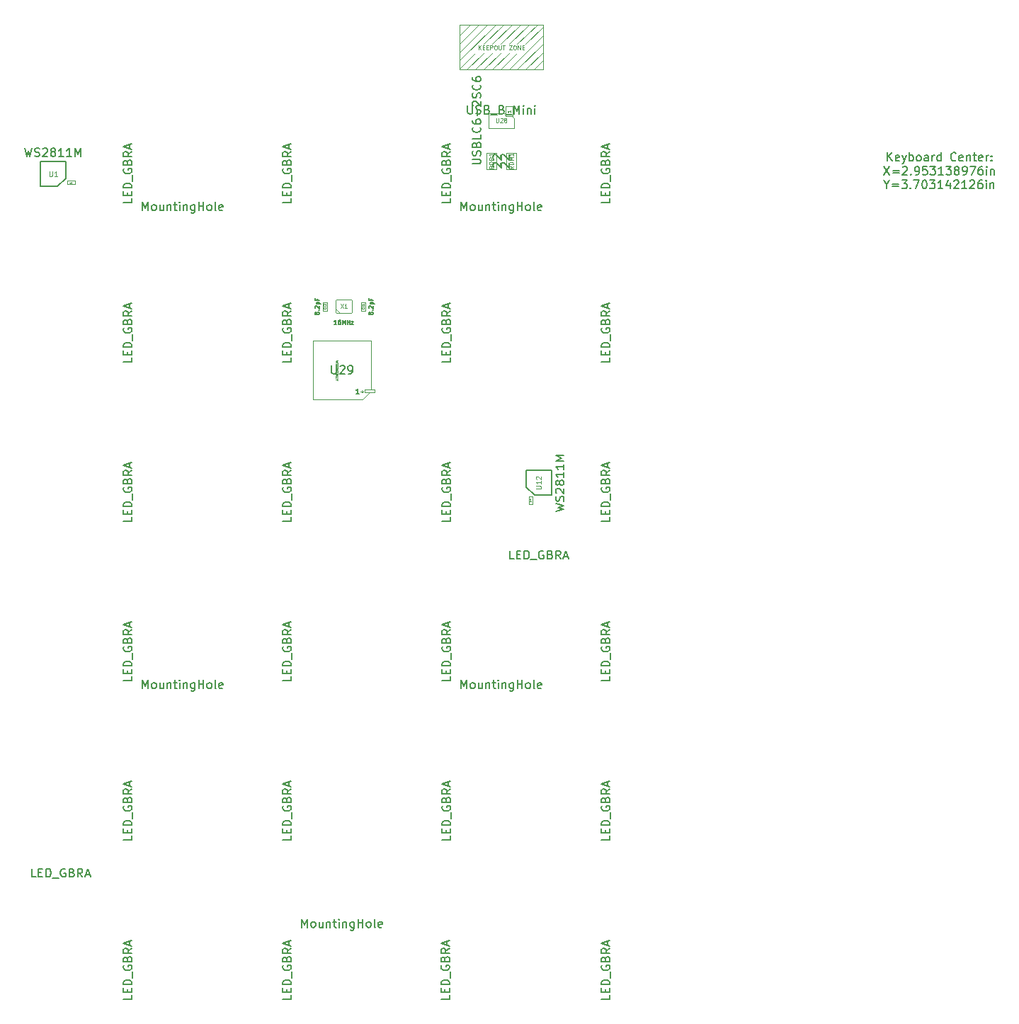
<source format=gbr>
G04 #@! TF.GenerationSoftware,KiCad,Pcbnew,5.1.2*
G04 #@! TF.CreationDate,2019-07-29T09:43:07-03:00*
G04 #@! TF.ProjectId,zeke,7a656b65-2e6b-4696-9361-645f70636258,rev?*
G04 #@! TF.SameCoordinates,Original*
G04 #@! TF.FileFunction,Other,Fab,Top*
%FSLAX46Y46*%
G04 Gerber Fmt 4.6, Leading zero omitted, Abs format (unit mm)*
G04 Created by KiCad (PCBNEW 5.1.2) date 2019-07-29 09:43:07*
%MOMM*%
%LPD*%
G04 APERTURE LIST*
%ADD10C,0.150000*%
%ADD11C,0.120000*%
%ADD12C,0.100000*%
%ADD13C,0.050000*%
%ADD14C,0.075000*%
%ADD15C,0.090000*%
%ADD16C,0.080000*%
%ADD17C,0.127000*%
%ADD18C,0.040000*%
%ADD19C,0.063500*%
%ADD20C,0.125000*%
G04 APERTURE END LIST*
D10*
X140233244Y-49999510D02*
X140233244Y-48999510D01*
X140804672Y-49999510D02*
X140376101Y-49428082D01*
X140804672Y-48999510D02*
X140233244Y-49570939D01*
X141614196Y-49951891D02*
X141518958Y-49999510D01*
X141328482Y-49999510D01*
X141233244Y-49951891D01*
X141185625Y-49856653D01*
X141185625Y-49475701D01*
X141233244Y-49380463D01*
X141328482Y-49332844D01*
X141518958Y-49332844D01*
X141614196Y-49380463D01*
X141661815Y-49475701D01*
X141661815Y-49570939D01*
X141185625Y-49666177D01*
X141995149Y-49332844D02*
X142233244Y-49999510D01*
X142471339Y-49332844D02*
X142233244Y-49999510D01*
X142138006Y-50237606D01*
X142090387Y-50285225D01*
X141995149Y-50332844D01*
X142852291Y-49999510D02*
X142852291Y-48999510D01*
X142852291Y-49380463D02*
X142947530Y-49332844D01*
X143138006Y-49332844D01*
X143233244Y-49380463D01*
X143280863Y-49428082D01*
X143328482Y-49523320D01*
X143328482Y-49809034D01*
X143280863Y-49904272D01*
X143233244Y-49951891D01*
X143138006Y-49999510D01*
X142947530Y-49999510D01*
X142852291Y-49951891D01*
X143899910Y-49999510D02*
X143804672Y-49951891D01*
X143757053Y-49904272D01*
X143709434Y-49809034D01*
X143709434Y-49523320D01*
X143757053Y-49428082D01*
X143804672Y-49380463D01*
X143899910Y-49332844D01*
X144042768Y-49332844D01*
X144138006Y-49380463D01*
X144185625Y-49428082D01*
X144233244Y-49523320D01*
X144233244Y-49809034D01*
X144185625Y-49904272D01*
X144138006Y-49951891D01*
X144042768Y-49999510D01*
X143899910Y-49999510D01*
X145090387Y-49999510D02*
X145090387Y-49475701D01*
X145042768Y-49380463D01*
X144947530Y-49332844D01*
X144757053Y-49332844D01*
X144661815Y-49380463D01*
X145090387Y-49951891D02*
X144995149Y-49999510D01*
X144757053Y-49999510D01*
X144661815Y-49951891D01*
X144614196Y-49856653D01*
X144614196Y-49761415D01*
X144661815Y-49666177D01*
X144757053Y-49618558D01*
X144995149Y-49618558D01*
X145090387Y-49570939D01*
X145566577Y-49999510D02*
X145566577Y-49332844D01*
X145566577Y-49523320D02*
X145614196Y-49428082D01*
X145661815Y-49380463D01*
X145757053Y-49332844D01*
X145852291Y-49332844D01*
X146614196Y-49999510D02*
X146614196Y-48999510D01*
X146614196Y-49951891D02*
X146518958Y-49999510D01*
X146328482Y-49999510D01*
X146233244Y-49951891D01*
X146185625Y-49904272D01*
X146138006Y-49809034D01*
X146138006Y-49523320D01*
X146185625Y-49428082D01*
X146233244Y-49380463D01*
X146328482Y-49332844D01*
X146518958Y-49332844D01*
X146614196Y-49380463D01*
X148423720Y-49904272D02*
X148376101Y-49951891D01*
X148233244Y-49999510D01*
X148138006Y-49999510D01*
X147995149Y-49951891D01*
X147899910Y-49856653D01*
X147852291Y-49761415D01*
X147804672Y-49570939D01*
X147804672Y-49428082D01*
X147852291Y-49237606D01*
X147899910Y-49142368D01*
X147995149Y-49047130D01*
X148138006Y-48999510D01*
X148233244Y-48999510D01*
X148376101Y-49047130D01*
X148423720Y-49094749D01*
X149233244Y-49951891D02*
X149138006Y-49999510D01*
X148947530Y-49999510D01*
X148852291Y-49951891D01*
X148804672Y-49856653D01*
X148804672Y-49475701D01*
X148852291Y-49380463D01*
X148947530Y-49332844D01*
X149138006Y-49332844D01*
X149233244Y-49380463D01*
X149280863Y-49475701D01*
X149280863Y-49570939D01*
X148804672Y-49666177D01*
X149709434Y-49332844D02*
X149709434Y-49999510D01*
X149709434Y-49428082D02*
X149757053Y-49380463D01*
X149852291Y-49332844D01*
X149995149Y-49332844D01*
X150090387Y-49380463D01*
X150138006Y-49475701D01*
X150138006Y-49999510D01*
X150471339Y-49332844D02*
X150852291Y-49332844D01*
X150614196Y-48999510D02*
X150614196Y-49856653D01*
X150661815Y-49951891D01*
X150757053Y-49999510D01*
X150852291Y-49999510D01*
X151566577Y-49951891D02*
X151471339Y-49999510D01*
X151280863Y-49999510D01*
X151185625Y-49951891D01*
X151138006Y-49856653D01*
X151138006Y-49475701D01*
X151185625Y-49380463D01*
X151280863Y-49332844D01*
X151471339Y-49332844D01*
X151566577Y-49380463D01*
X151614196Y-49475701D01*
X151614196Y-49570939D01*
X151138006Y-49666177D01*
X152042768Y-49999510D02*
X152042768Y-49332844D01*
X152042768Y-49523320D02*
X152090387Y-49428082D01*
X152138006Y-49380463D01*
X152233244Y-49332844D01*
X152328482Y-49332844D01*
X152661815Y-49904272D02*
X152709434Y-49951891D01*
X152661815Y-49999510D01*
X152614196Y-49951891D01*
X152661815Y-49904272D01*
X152661815Y-49999510D01*
X152661815Y-49380463D02*
X152709434Y-49428082D01*
X152661815Y-49475701D01*
X152614196Y-49428082D01*
X152661815Y-49380463D01*
X152661815Y-49475701D01*
X139804672Y-50649510D02*
X140471339Y-51649510D01*
X140471339Y-50649510D02*
X139804672Y-51649510D01*
X140852291Y-51125701D02*
X141614196Y-51125701D01*
X141614196Y-51411415D02*
X140852291Y-51411415D01*
X142042768Y-50744749D02*
X142090387Y-50697130D01*
X142185625Y-50649510D01*
X142423720Y-50649510D01*
X142518958Y-50697130D01*
X142566577Y-50744749D01*
X142614196Y-50839987D01*
X142614196Y-50935225D01*
X142566577Y-51078082D01*
X141995149Y-51649510D01*
X142614196Y-51649510D01*
X143042768Y-51554272D02*
X143090387Y-51601891D01*
X143042768Y-51649510D01*
X142995149Y-51601891D01*
X143042768Y-51554272D01*
X143042768Y-51649510D01*
X143566577Y-51649510D02*
X143757053Y-51649510D01*
X143852291Y-51601891D01*
X143899910Y-51554272D01*
X143995149Y-51411415D01*
X144042768Y-51220939D01*
X144042768Y-50839987D01*
X143995149Y-50744749D01*
X143947530Y-50697130D01*
X143852291Y-50649510D01*
X143661815Y-50649510D01*
X143566577Y-50697130D01*
X143518958Y-50744749D01*
X143471339Y-50839987D01*
X143471339Y-51078082D01*
X143518958Y-51173320D01*
X143566577Y-51220939D01*
X143661815Y-51268558D01*
X143852291Y-51268558D01*
X143947530Y-51220939D01*
X143995149Y-51173320D01*
X144042768Y-51078082D01*
X144947530Y-50649510D02*
X144471339Y-50649510D01*
X144423720Y-51125701D01*
X144471339Y-51078082D01*
X144566577Y-51030463D01*
X144804672Y-51030463D01*
X144899910Y-51078082D01*
X144947530Y-51125701D01*
X144995149Y-51220939D01*
X144995149Y-51459034D01*
X144947530Y-51554272D01*
X144899910Y-51601891D01*
X144804672Y-51649510D01*
X144566577Y-51649510D01*
X144471339Y-51601891D01*
X144423720Y-51554272D01*
X145328482Y-50649510D02*
X145947530Y-50649510D01*
X145614196Y-51030463D01*
X145757053Y-51030463D01*
X145852291Y-51078082D01*
X145899910Y-51125701D01*
X145947530Y-51220939D01*
X145947530Y-51459034D01*
X145899910Y-51554272D01*
X145852291Y-51601891D01*
X145757053Y-51649510D01*
X145471339Y-51649510D01*
X145376101Y-51601891D01*
X145328482Y-51554272D01*
X146899910Y-51649510D02*
X146328482Y-51649510D01*
X146614196Y-51649510D02*
X146614196Y-50649510D01*
X146518958Y-50792368D01*
X146423720Y-50887606D01*
X146328482Y-50935225D01*
X147233244Y-50649510D02*
X147852291Y-50649510D01*
X147518958Y-51030463D01*
X147661815Y-51030463D01*
X147757053Y-51078082D01*
X147804672Y-51125701D01*
X147852291Y-51220939D01*
X147852291Y-51459034D01*
X147804672Y-51554272D01*
X147757053Y-51601891D01*
X147661815Y-51649510D01*
X147376101Y-51649510D01*
X147280863Y-51601891D01*
X147233244Y-51554272D01*
X148423720Y-51078082D02*
X148328482Y-51030463D01*
X148280863Y-50982844D01*
X148233244Y-50887606D01*
X148233244Y-50839987D01*
X148280863Y-50744749D01*
X148328482Y-50697130D01*
X148423720Y-50649510D01*
X148614196Y-50649510D01*
X148709434Y-50697130D01*
X148757053Y-50744749D01*
X148804672Y-50839987D01*
X148804672Y-50887606D01*
X148757053Y-50982844D01*
X148709434Y-51030463D01*
X148614196Y-51078082D01*
X148423720Y-51078082D01*
X148328482Y-51125701D01*
X148280863Y-51173320D01*
X148233244Y-51268558D01*
X148233244Y-51459034D01*
X148280863Y-51554272D01*
X148328482Y-51601891D01*
X148423720Y-51649510D01*
X148614196Y-51649510D01*
X148709434Y-51601891D01*
X148757053Y-51554272D01*
X148804672Y-51459034D01*
X148804672Y-51268558D01*
X148757053Y-51173320D01*
X148709434Y-51125701D01*
X148614196Y-51078082D01*
X149280863Y-51649510D02*
X149471339Y-51649510D01*
X149566577Y-51601891D01*
X149614196Y-51554272D01*
X149709434Y-51411415D01*
X149757053Y-51220939D01*
X149757053Y-50839987D01*
X149709434Y-50744749D01*
X149661815Y-50697130D01*
X149566577Y-50649510D01*
X149376101Y-50649510D01*
X149280863Y-50697130D01*
X149233244Y-50744749D01*
X149185625Y-50839987D01*
X149185625Y-51078082D01*
X149233244Y-51173320D01*
X149280863Y-51220939D01*
X149376101Y-51268558D01*
X149566577Y-51268558D01*
X149661815Y-51220939D01*
X149709434Y-51173320D01*
X149757053Y-51078082D01*
X150090387Y-50649510D02*
X150757053Y-50649510D01*
X150328482Y-51649510D01*
X151566577Y-50649510D02*
X151376101Y-50649510D01*
X151280863Y-50697130D01*
X151233244Y-50744749D01*
X151138006Y-50887606D01*
X151090387Y-51078082D01*
X151090387Y-51459034D01*
X151138006Y-51554272D01*
X151185625Y-51601891D01*
X151280863Y-51649510D01*
X151471339Y-51649510D01*
X151566577Y-51601891D01*
X151614196Y-51554272D01*
X151661815Y-51459034D01*
X151661815Y-51220939D01*
X151614196Y-51125701D01*
X151566577Y-51078082D01*
X151471339Y-51030463D01*
X151280863Y-51030463D01*
X151185625Y-51078082D01*
X151138006Y-51125701D01*
X151090387Y-51220939D01*
X152090387Y-51649510D02*
X152090387Y-50982844D01*
X152090387Y-50649510D02*
X152042768Y-50697130D01*
X152090387Y-50744749D01*
X152138006Y-50697130D01*
X152090387Y-50649510D01*
X152090387Y-50744749D01*
X152566577Y-50982844D02*
X152566577Y-51649510D01*
X152566577Y-51078082D02*
X152614196Y-51030463D01*
X152709434Y-50982844D01*
X152852291Y-50982844D01*
X152947529Y-51030463D01*
X152995149Y-51125701D01*
X152995149Y-51649510D01*
X140138006Y-52823320D02*
X140138006Y-53299510D01*
X139804672Y-52299510D02*
X140138006Y-52823320D01*
X140471339Y-52299510D01*
X140804672Y-52775701D02*
X141566577Y-52775701D01*
X141566577Y-53061415D02*
X140804672Y-53061415D01*
X141947530Y-52299510D02*
X142566577Y-52299510D01*
X142233244Y-52680463D01*
X142376101Y-52680463D01*
X142471339Y-52728082D01*
X142518958Y-52775701D01*
X142566577Y-52870939D01*
X142566577Y-53109034D01*
X142518958Y-53204272D01*
X142471339Y-53251891D01*
X142376101Y-53299510D01*
X142090387Y-53299510D01*
X141995149Y-53251891D01*
X141947530Y-53204272D01*
X142995149Y-53204272D02*
X143042768Y-53251891D01*
X142995149Y-53299510D01*
X142947530Y-53251891D01*
X142995149Y-53204272D01*
X142995149Y-53299510D01*
X143376101Y-52299510D02*
X144042768Y-52299510D01*
X143614196Y-53299510D01*
X144614196Y-52299510D02*
X144709434Y-52299510D01*
X144804672Y-52347130D01*
X144852291Y-52394749D01*
X144899910Y-52489987D01*
X144947530Y-52680463D01*
X144947530Y-52918558D01*
X144899910Y-53109034D01*
X144852291Y-53204272D01*
X144804672Y-53251891D01*
X144709434Y-53299510D01*
X144614196Y-53299510D01*
X144518958Y-53251891D01*
X144471339Y-53204272D01*
X144423720Y-53109034D01*
X144376101Y-52918558D01*
X144376101Y-52680463D01*
X144423720Y-52489987D01*
X144471339Y-52394749D01*
X144518958Y-52347130D01*
X144614196Y-52299510D01*
X145280863Y-52299510D02*
X145899910Y-52299510D01*
X145566577Y-52680463D01*
X145709434Y-52680463D01*
X145804672Y-52728082D01*
X145852291Y-52775701D01*
X145899910Y-52870939D01*
X145899910Y-53109034D01*
X145852291Y-53204272D01*
X145804672Y-53251891D01*
X145709434Y-53299510D01*
X145423720Y-53299510D01*
X145328482Y-53251891D01*
X145280863Y-53204272D01*
X146852291Y-53299510D02*
X146280863Y-53299510D01*
X146566577Y-53299510D02*
X146566577Y-52299510D01*
X146471339Y-52442368D01*
X146376101Y-52537606D01*
X146280863Y-52585225D01*
X147709434Y-52632844D02*
X147709434Y-53299510D01*
X147471339Y-52251891D02*
X147233244Y-52966177D01*
X147852291Y-52966177D01*
X148185625Y-52394749D02*
X148233244Y-52347130D01*
X148328482Y-52299510D01*
X148566577Y-52299510D01*
X148661815Y-52347130D01*
X148709434Y-52394749D01*
X148757053Y-52489987D01*
X148757053Y-52585225D01*
X148709434Y-52728082D01*
X148138006Y-53299510D01*
X148757053Y-53299510D01*
X149709434Y-53299510D02*
X149138006Y-53299510D01*
X149423720Y-53299510D02*
X149423720Y-52299510D01*
X149328482Y-52442368D01*
X149233244Y-52537606D01*
X149138006Y-52585225D01*
X150090387Y-52394749D02*
X150138006Y-52347130D01*
X150233244Y-52299510D01*
X150471339Y-52299510D01*
X150566577Y-52347130D01*
X150614196Y-52394749D01*
X150661815Y-52489987D01*
X150661815Y-52585225D01*
X150614196Y-52728082D01*
X150042768Y-53299510D01*
X150661815Y-53299510D01*
X151518958Y-52299510D02*
X151328482Y-52299510D01*
X151233244Y-52347130D01*
X151185625Y-52394749D01*
X151090387Y-52537606D01*
X151042768Y-52728082D01*
X151042768Y-53109034D01*
X151090387Y-53204272D01*
X151138006Y-53251891D01*
X151233244Y-53299510D01*
X151423720Y-53299510D01*
X151518958Y-53251891D01*
X151566577Y-53204272D01*
X151614196Y-53109034D01*
X151614196Y-52870939D01*
X151566577Y-52775701D01*
X151518958Y-52728082D01*
X151423720Y-52680463D01*
X151233244Y-52680463D01*
X151138006Y-52728082D01*
X151090387Y-52775701D01*
X151042768Y-52870939D01*
X152042768Y-53299510D02*
X152042768Y-52632844D01*
X152042768Y-52299510D02*
X151995149Y-52347130D01*
X152042768Y-52394749D01*
X152090387Y-52347130D01*
X152042768Y-52299510D01*
X152042768Y-52394749D01*
X152518958Y-52632844D02*
X152518958Y-53299510D01*
X152518958Y-52728082D02*
X152566577Y-52680463D01*
X152661815Y-52632844D01*
X152804672Y-52632844D01*
X152899910Y-52680463D01*
X152947530Y-52775701D01*
X152947530Y-53299510D01*
D11*
X97780690Y-91075230D02*
X97336190Y-91075230D01*
X97780690Y-90122730D02*
X97780690Y-91075230D01*
X97336190Y-90122730D02*
X97780690Y-90122730D01*
X97336190Y-91075230D02*
X97336190Y-90122730D01*
D10*
X98042690Y-89971730D02*
X97042690Y-88971730D01*
X100042690Y-89971730D02*
X98042690Y-89971730D01*
X100042690Y-86971730D02*
X100042690Y-89971730D01*
X97042690Y-86971730D02*
X100042690Y-86971730D01*
X97042690Y-88971730D02*
X97042690Y-86971730D01*
D12*
X93469140Y-49006460D02*
X93469140Y-51006460D01*
X92269140Y-49006460D02*
X93469140Y-49006460D01*
X92269140Y-51006460D02*
X92269140Y-49006460D01*
X93469140Y-51006460D02*
X92269140Y-51006460D01*
X94650400Y-51006460D02*
X94650400Y-49006460D01*
X95850400Y-51006460D02*
X94650400Y-51006460D01*
X95850400Y-49006460D02*
X95850400Y-51006460D01*
X94650400Y-49006460D02*
X95850400Y-49006460D01*
D11*
X43084920Y-52324000D02*
X43084920Y-52768500D01*
X42132420Y-52324000D02*
X43084920Y-52324000D01*
X42132420Y-52768500D02*
X42132420Y-52324000D01*
X43084920Y-52768500D02*
X42132420Y-52768500D01*
D10*
X41981420Y-52062000D02*
X40981420Y-53062000D01*
X41981420Y-50062000D02*
X41981420Y-52062000D01*
X38981420Y-50062000D02*
X41981420Y-50062000D01*
X38981420Y-53062000D02*
X38981420Y-50062000D01*
X40981420Y-53062000D02*
X38981420Y-53062000D01*
D12*
X73202290Y-66889690D02*
X73202290Y-67889690D01*
X72702290Y-66889690D02*
X73202290Y-66889690D01*
X72702290Y-67889690D02*
X72702290Y-66889690D01*
X73202290Y-67889690D02*
X72702290Y-67889690D01*
X77774290Y-66889690D02*
X77774290Y-67889690D01*
X77274290Y-66889690D02*
X77774290Y-66889690D01*
X77274290Y-67889690D02*
X77274290Y-66889690D01*
X77774290Y-67889690D02*
X77274290Y-67889690D01*
X74238370Y-67689730D02*
X74738370Y-68189730D01*
X74238370Y-66689730D02*
X74338370Y-66589730D01*
X74238370Y-68089730D02*
X74238370Y-66689730D01*
X74338370Y-68189730D02*
X74238370Y-68089730D01*
X76138370Y-68189730D02*
X74338370Y-68189730D01*
X76238370Y-68089730D02*
X76138370Y-68189730D01*
X76238370Y-66689730D02*
X76238370Y-68089730D01*
X76138370Y-66589730D02*
X76238370Y-66689730D01*
X74338370Y-66589730D02*
X76138370Y-66589730D01*
D11*
X77549690Y-77549690D02*
X77422690Y-77422690D01*
X77549690Y-77549690D02*
X77422690Y-77676690D01*
X77232190Y-77549690D02*
X77549690Y-77549690D01*
X78946690Y-77676690D02*
X78946690Y-77359190D01*
X77740190Y-77676690D02*
X78946690Y-77676690D01*
X77740190Y-77359190D02*
X77740190Y-77676690D01*
X78946690Y-77359190D02*
X77740190Y-77359190D01*
D12*
X78311690Y-77676690D02*
X77509690Y-78509690D01*
X78509690Y-71509690D02*
X78509690Y-77295690D01*
X71509690Y-71509690D02*
X78509690Y-71509690D01*
X71509690Y-78509690D02*
X71509690Y-71509690D01*
X77509690Y-78509690D02*
X71509690Y-78509690D01*
D13*
X90359770Y-33681420D02*
X89059770Y-34981420D01*
X91359770Y-33681420D02*
X89059770Y-35981420D01*
X92359770Y-33681420D02*
X89059770Y-36981420D01*
X93359770Y-33681420D02*
X89059770Y-37981420D01*
X94359770Y-33681420D02*
X91959770Y-35981420D01*
X90959770Y-37081420D02*
X89059770Y-38981420D01*
X91959770Y-37081420D02*
X89959770Y-39081420D01*
X95359770Y-33681420D02*
X92959770Y-35981420D01*
X96359770Y-33681420D02*
X93959770Y-35981420D01*
X92959770Y-37081420D02*
X90959770Y-39081420D01*
X93959770Y-37081420D02*
X91959770Y-39081420D01*
X97359770Y-33681420D02*
X94959770Y-35981420D01*
X99059770Y-33981420D02*
X96959770Y-35981420D01*
X95959770Y-37081420D02*
X93959770Y-39081420D01*
X94959770Y-37081420D02*
X92959770Y-39081420D01*
X99059770Y-37981420D02*
X97959770Y-39081420D01*
X99059770Y-36981420D02*
X96959770Y-39081420D01*
X98359770Y-33681420D02*
X95959770Y-35981420D01*
X99059770Y-35981420D02*
X95959770Y-39081420D01*
X99059770Y-34981420D02*
X94959770Y-39081420D01*
D11*
X89059770Y-39081420D02*
X99059770Y-39081420D01*
X89059770Y-33681420D02*
X89059770Y-39081420D01*
X99059770Y-33681420D02*
X89059770Y-33681420D01*
X99059770Y-39081420D02*
X99059770Y-33681420D01*
D12*
X95359770Y-44664730D02*
X95609770Y-44914730D01*
D11*
X94609770Y-43464730D02*
X95409770Y-43464730D01*
X94609770Y-44664730D02*
X94609770Y-43464730D01*
X95409770Y-44664730D02*
X94609770Y-44664730D01*
X95409770Y-43464730D02*
X95409770Y-44664730D01*
D12*
X95609770Y-46064730D02*
X92509770Y-46064730D01*
X92509770Y-46064730D02*
X92509770Y-44264730D01*
X94609770Y-44264730D02*
X92509770Y-44264730D01*
X95609770Y-46064730D02*
X95609770Y-44914730D01*
D10*
X38402309Y-135612110D02*
X37926118Y-135612110D01*
X37926118Y-134612110D01*
X38735642Y-135088301D02*
X39068975Y-135088301D01*
X39211832Y-135612110D02*
X38735642Y-135612110D01*
X38735642Y-134612110D01*
X39211832Y-134612110D01*
X39640404Y-135612110D02*
X39640404Y-134612110D01*
X39878499Y-134612110D01*
X40021356Y-134659730D01*
X40116594Y-134754968D01*
X40164213Y-134850206D01*
X40211832Y-135040682D01*
X40211832Y-135183539D01*
X40164213Y-135374015D01*
X40116594Y-135469253D01*
X40021356Y-135564491D01*
X39878499Y-135612110D01*
X39640404Y-135612110D01*
X40402309Y-135707349D02*
X41164213Y-135707349D01*
X41926118Y-134659730D02*
X41830880Y-134612110D01*
X41688023Y-134612110D01*
X41545166Y-134659730D01*
X41449928Y-134754968D01*
X41402309Y-134850206D01*
X41354690Y-135040682D01*
X41354690Y-135183539D01*
X41402309Y-135374015D01*
X41449928Y-135469253D01*
X41545166Y-135564491D01*
X41688023Y-135612110D01*
X41783261Y-135612110D01*
X41926118Y-135564491D01*
X41973737Y-135516872D01*
X41973737Y-135183539D01*
X41783261Y-135183539D01*
X42735642Y-135088301D02*
X42878499Y-135135920D01*
X42926118Y-135183539D01*
X42973737Y-135278777D01*
X42973737Y-135421634D01*
X42926118Y-135516872D01*
X42878499Y-135564491D01*
X42783261Y-135612110D01*
X42402309Y-135612110D01*
X42402309Y-134612110D01*
X42735642Y-134612110D01*
X42830880Y-134659730D01*
X42878499Y-134707349D01*
X42926118Y-134802587D01*
X42926118Y-134897825D01*
X42878499Y-134993063D01*
X42830880Y-135040682D01*
X42735642Y-135088301D01*
X42402309Y-135088301D01*
X43973737Y-135612110D02*
X43640404Y-135135920D01*
X43402309Y-135612110D02*
X43402309Y-134612110D01*
X43783261Y-134612110D01*
X43878499Y-134659730D01*
X43926118Y-134707349D01*
X43973737Y-134802587D01*
X43973737Y-134945444D01*
X43926118Y-135040682D01*
X43878499Y-135088301D01*
X43783261Y-135135920D01*
X43402309Y-135135920D01*
X44354690Y-135326396D02*
X44830880Y-135326396D01*
X44259451Y-135612110D02*
X44592785Y-134612110D01*
X44926118Y-135612110D01*
X107037070Y-149717110D02*
X107037070Y-150193301D01*
X106037070Y-150193301D01*
X106513261Y-149383777D02*
X106513261Y-149050444D01*
X107037070Y-148907587D02*
X107037070Y-149383777D01*
X106037070Y-149383777D01*
X106037070Y-148907587D01*
X107037070Y-148479015D02*
X106037070Y-148479015D01*
X106037070Y-148240920D01*
X106084690Y-148098063D01*
X106179928Y-148002825D01*
X106275166Y-147955206D01*
X106465642Y-147907587D01*
X106608499Y-147907587D01*
X106798975Y-147955206D01*
X106894213Y-148002825D01*
X106989451Y-148098063D01*
X107037070Y-148240920D01*
X107037070Y-148479015D01*
X107132309Y-147717110D02*
X107132309Y-146955206D01*
X106084690Y-146193301D02*
X106037070Y-146288539D01*
X106037070Y-146431396D01*
X106084690Y-146574253D01*
X106179928Y-146669491D01*
X106275166Y-146717110D01*
X106465642Y-146764730D01*
X106608499Y-146764730D01*
X106798975Y-146717110D01*
X106894213Y-146669491D01*
X106989451Y-146574253D01*
X107037070Y-146431396D01*
X107037070Y-146336158D01*
X106989451Y-146193301D01*
X106941832Y-146145682D01*
X106608499Y-146145682D01*
X106608499Y-146336158D01*
X106513261Y-145383777D02*
X106560880Y-145240920D01*
X106608499Y-145193301D01*
X106703737Y-145145682D01*
X106846594Y-145145682D01*
X106941832Y-145193301D01*
X106989451Y-145240920D01*
X107037070Y-145336158D01*
X107037070Y-145717110D01*
X106037070Y-145717110D01*
X106037070Y-145383777D01*
X106084690Y-145288539D01*
X106132309Y-145240920D01*
X106227547Y-145193301D01*
X106322785Y-145193301D01*
X106418023Y-145240920D01*
X106465642Y-145288539D01*
X106513261Y-145383777D01*
X106513261Y-145717110D01*
X107037070Y-144145682D02*
X106560880Y-144479015D01*
X107037070Y-144717110D02*
X106037070Y-144717110D01*
X106037070Y-144336158D01*
X106084690Y-144240920D01*
X106132309Y-144193301D01*
X106227547Y-144145682D01*
X106370404Y-144145682D01*
X106465642Y-144193301D01*
X106513261Y-144240920D01*
X106560880Y-144336158D01*
X106560880Y-144717110D01*
X106751356Y-143764730D02*
X106751356Y-143288539D01*
X107037070Y-143859968D02*
X106037070Y-143526634D01*
X107037070Y-143193301D01*
X87860070Y-149717510D02*
X87860070Y-150193701D01*
X86860070Y-150193701D01*
X87336261Y-149384177D02*
X87336261Y-149050844D01*
X87860070Y-148907987D02*
X87860070Y-149384177D01*
X86860070Y-149384177D01*
X86860070Y-148907987D01*
X87860070Y-148479415D02*
X86860070Y-148479415D01*
X86860070Y-148241320D01*
X86907690Y-148098463D01*
X87002928Y-148003225D01*
X87098166Y-147955606D01*
X87288642Y-147907987D01*
X87431499Y-147907987D01*
X87621975Y-147955606D01*
X87717213Y-148003225D01*
X87812451Y-148098463D01*
X87860070Y-148241320D01*
X87860070Y-148479415D01*
X87955309Y-147717510D02*
X87955309Y-146955606D01*
X86907690Y-146193701D02*
X86860070Y-146288939D01*
X86860070Y-146431796D01*
X86907690Y-146574653D01*
X87002928Y-146669891D01*
X87098166Y-146717510D01*
X87288642Y-146765130D01*
X87431499Y-146765130D01*
X87621975Y-146717510D01*
X87717213Y-146669891D01*
X87812451Y-146574653D01*
X87860070Y-146431796D01*
X87860070Y-146336558D01*
X87812451Y-146193701D01*
X87764832Y-146146082D01*
X87431499Y-146146082D01*
X87431499Y-146336558D01*
X87336261Y-145384177D02*
X87383880Y-145241320D01*
X87431499Y-145193701D01*
X87526737Y-145146082D01*
X87669594Y-145146082D01*
X87764832Y-145193701D01*
X87812451Y-145241320D01*
X87860070Y-145336558D01*
X87860070Y-145717510D01*
X86860070Y-145717510D01*
X86860070Y-145384177D01*
X86907690Y-145288939D01*
X86955309Y-145241320D01*
X87050547Y-145193701D01*
X87145785Y-145193701D01*
X87241023Y-145241320D01*
X87288642Y-145288939D01*
X87336261Y-145384177D01*
X87336261Y-145717510D01*
X87860070Y-144146082D02*
X87383880Y-144479415D01*
X87860070Y-144717510D02*
X86860070Y-144717510D01*
X86860070Y-144336558D01*
X86907690Y-144241320D01*
X86955309Y-144193701D01*
X87050547Y-144146082D01*
X87193404Y-144146082D01*
X87288642Y-144193701D01*
X87336261Y-144241320D01*
X87383880Y-144336558D01*
X87383880Y-144717510D01*
X87574356Y-143765130D02*
X87574356Y-143288939D01*
X87860070Y-143860368D02*
X86860070Y-143527034D01*
X87860070Y-143193701D01*
X68937150Y-149717510D02*
X68937150Y-150193701D01*
X67937150Y-150193701D01*
X68413341Y-149384177D02*
X68413341Y-149050844D01*
X68937150Y-148907987D02*
X68937150Y-149384177D01*
X67937150Y-149384177D01*
X67937150Y-148907987D01*
X68937150Y-148479415D02*
X67937150Y-148479415D01*
X67937150Y-148241320D01*
X67984770Y-148098463D01*
X68080008Y-148003225D01*
X68175246Y-147955606D01*
X68365722Y-147907987D01*
X68508579Y-147907987D01*
X68699055Y-147955606D01*
X68794293Y-148003225D01*
X68889531Y-148098463D01*
X68937150Y-148241320D01*
X68937150Y-148479415D01*
X69032389Y-147717510D02*
X69032389Y-146955606D01*
X67984770Y-146193701D02*
X67937150Y-146288939D01*
X67937150Y-146431796D01*
X67984770Y-146574653D01*
X68080008Y-146669891D01*
X68175246Y-146717510D01*
X68365722Y-146765130D01*
X68508579Y-146765130D01*
X68699055Y-146717510D01*
X68794293Y-146669891D01*
X68889531Y-146574653D01*
X68937150Y-146431796D01*
X68937150Y-146336558D01*
X68889531Y-146193701D01*
X68841912Y-146146082D01*
X68508579Y-146146082D01*
X68508579Y-146336558D01*
X68413341Y-145384177D02*
X68460960Y-145241320D01*
X68508579Y-145193701D01*
X68603817Y-145146082D01*
X68746674Y-145146082D01*
X68841912Y-145193701D01*
X68889531Y-145241320D01*
X68937150Y-145336558D01*
X68937150Y-145717510D01*
X67937150Y-145717510D01*
X67937150Y-145384177D01*
X67984770Y-145288939D01*
X68032389Y-145241320D01*
X68127627Y-145193701D01*
X68222865Y-145193701D01*
X68318103Y-145241320D01*
X68365722Y-145288939D01*
X68413341Y-145384177D01*
X68413341Y-145717510D01*
X68937150Y-144146082D02*
X68460960Y-144479415D01*
X68937150Y-144717510D02*
X67937150Y-144717510D01*
X67937150Y-144336558D01*
X67984770Y-144241320D01*
X68032389Y-144193701D01*
X68127627Y-144146082D01*
X68270484Y-144146082D01*
X68365722Y-144193701D01*
X68413341Y-144241320D01*
X68460960Y-144336558D01*
X68460960Y-144717510D01*
X68651436Y-143765130D02*
X68651436Y-143288939D01*
X68937150Y-143860368D02*
X67937150Y-143527034D01*
X68937150Y-143193701D01*
X49887070Y-149717510D02*
X49887070Y-150193701D01*
X48887070Y-150193701D01*
X49363261Y-149384177D02*
X49363261Y-149050844D01*
X49887070Y-148907987D02*
X49887070Y-149384177D01*
X48887070Y-149384177D01*
X48887070Y-148907987D01*
X49887070Y-148479415D02*
X48887070Y-148479415D01*
X48887070Y-148241320D01*
X48934690Y-148098463D01*
X49029928Y-148003225D01*
X49125166Y-147955606D01*
X49315642Y-147907987D01*
X49458499Y-147907987D01*
X49648975Y-147955606D01*
X49744213Y-148003225D01*
X49839451Y-148098463D01*
X49887070Y-148241320D01*
X49887070Y-148479415D01*
X49982309Y-147717510D02*
X49982309Y-146955606D01*
X48934690Y-146193701D02*
X48887070Y-146288939D01*
X48887070Y-146431796D01*
X48934690Y-146574653D01*
X49029928Y-146669891D01*
X49125166Y-146717510D01*
X49315642Y-146765130D01*
X49458499Y-146765130D01*
X49648975Y-146717510D01*
X49744213Y-146669891D01*
X49839451Y-146574653D01*
X49887070Y-146431796D01*
X49887070Y-146336558D01*
X49839451Y-146193701D01*
X49791832Y-146146082D01*
X49458499Y-146146082D01*
X49458499Y-146336558D01*
X49363261Y-145384177D02*
X49410880Y-145241320D01*
X49458499Y-145193701D01*
X49553737Y-145146082D01*
X49696594Y-145146082D01*
X49791832Y-145193701D01*
X49839451Y-145241320D01*
X49887070Y-145336558D01*
X49887070Y-145717510D01*
X48887070Y-145717510D01*
X48887070Y-145384177D01*
X48934690Y-145288939D01*
X48982309Y-145241320D01*
X49077547Y-145193701D01*
X49172785Y-145193701D01*
X49268023Y-145241320D01*
X49315642Y-145288939D01*
X49363261Y-145384177D01*
X49363261Y-145717510D01*
X49887070Y-144146082D02*
X49410880Y-144479415D01*
X49887070Y-144717510D02*
X48887070Y-144717510D01*
X48887070Y-144336558D01*
X48934690Y-144241320D01*
X48982309Y-144193701D01*
X49077547Y-144146082D01*
X49220404Y-144146082D01*
X49315642Y-144193701D01*
X49363261Y-144241320D01*
X49410880Y-144336558D01*
X49410880Y-144717510D01*
X49601356Y-143765130D02*
X49601356Y-143288939D01*
X49887070Y-143860368D02*
X48887070Y-143527034D01*
X49887070Y-143193701D01*
X107037070Y-130667110D02*
X107037070Y-131143301D01*
X106037070Y-131143301D01*
X106513261Y-130333777D02*
X106513261Y-130000444D01*
X107037070Y-129857587D02*
X107037070Y-130333777D01*
X106037070Y-130333777D01*
X106037070Y-129857587D01*
X107037070Y-129429015D02*
X106037070Y-129429015D01*
X106037070Y-129190920D01*
X106084690Y-129048063D01*
X106179928Y-128952825D01*
X106275166Y-128905206D01*
X106465642Y-128857587D01*
X106608499Y-128857587D01*
X106798975Y-128905206D01*
X106894213Y-128952825D01*
X106989451Y-129048063D01*
X107037070Y-129190920D01*
X107037070Y-129429015D01*
X107132309Y-128667110D02*
X107132309Y-127905206D01*
X106084690Y-127143301D02*
X106037070Y-127238539D01*
X106037070Y-127381396D01*
X106084690Y-127524253D01*
X106179928Y-127619491D01*
X106275166Y-127667110D01*
X106465642Y-127714730D01*
X106608499Y-127714730D01*
X106798975Y-127667110D01*
X106894213Y-127619491D01*
X106989451Y-127524253D01*
X107037070Y-127381396D01*
X107037070Y-127286158D01*
X106989451Y-127143301D01*
X106941832Y-127095682D01*
X106608499Y-127095682D01*
X106608499Y-127286158D01*
X106513261Y-126333777D02*
X106560880Y-126190920D01*
X106608499Y-126143301D01*
X106703737Y-126095682D01*
X106846594Y-126095682D01*
X106941832Y-126143301D01*
X106989451Y-126190920D01*
X107037070Y-126286158D01*
X107037070Y-126667110D01*
X106037070Y-126667110D01*
X106037070Y-126333777D01*
X106084690Y-126238539D01*
X106132309Y-126190920D01*
X106227547Y-126143301D01*
X106322785Y-126143301D01*
X106418023Y-126190920D01*
X106465642Y-126238539D01*
X106513261Y-126333777D01*
X106513261Y-126667110D01*
X107037070Y-125095682D02*
X106560880Y-125429015D01*
X107037070Y-125667110D02*
X106037070Y-125667110D01*
X106037070Y-125286158D01*
X106084690Y-125190920D01*
X106132309Y-125143301D01*
X106227547Y-125095682D01*
X106370404Y-125095682D01*
X106465642Y-125143301D01*
X106513261Y-125190920D01*
X106560880Y-125286158D01*
X106560880Y-125667110D01*
X106751356Y-124714730D02*
X106751356Y-124238539D01*
X107037070Y-124809968D02*
X106037070Y-124476634D01*
X107037070Y-124143301D01*
X87987070Y-130667110D02*
X87987070Y-131143301D01*
X86987070Y-131143301D01*
X87463261Y-130333777D02*
X87463261Y-130000444D01*
X87987070Y-129857587D02*
X87987070Y-130333777D01*
X86987070Y-130333777D01*
X86987070Y-129857587D01*
X87987070Y-129429015D02*
X86987070Y-129429015D01*
X86987070Y-129190920D01*
X87034690Y-129048063D01*
X87129928Y-128952825D01*
X87225166Y-128905206D01*
X87415642Y-128857587D01*
X87558499Y-128857587D01*
X87748975Y-128905206D01*
X87844213Y-128952825D01*
X87939451Y-129048063D01*
X87987070Y-129190920D01*
X87987070Y-129429015D01*
X88082309Y-128667110D02*
X88082309Y-127905206D01*
X87034690Y-127143301D02*
X86987070Y-127238539D01*
X86987070Y-127381396D01*
X87034690Y-127524253D01*
X87129928Y-127619491D01*
X87225166Y-127667110D01*
X87415642Y-127714730D01*
X87558499Y-127714730D01*
X87748975Y-127667110D01*
X87844213Y-127619491D01*
X87939451Y-127524253D01*
X87987070Y-127381396D01*
X87987070Y-127286158D01*
X87939451Y-127143301D01*
X87891832Y-127095682D01*
X87558499Y-127095682D01*
X87558499Y-127286158D01*
X87463261Y-126333777D02*
X87510880Y-126190920D01*
X87558499Y-126143301D01*
X87653737Y-126095682D01*
X87796594Y-126095682D01*
X87891832Y-126143301D01*
X87939451Y-126190920D01*
X87987070Y-126286158D01*
X87987070Y-126667110D01*
X86987070Y-126667110D01*
X86987070Y-126333777D01*
X87034690Y-126238539D01*
X87082309Y-126190920D01*
X87177547Y-126143301D01*
X87272785Y-126143301D01*
X87368023Y-126190920D01*
X87415642Y-126238539D01*
X87463261Y-126333777D01*
X87463261Y-126667110D01*
X87987070Y-125095682D02*
X87510880Y-125429015D01*
X87987070Y-125667110D02*
X86987070Y-125667110D01*
X86987070Y-125286158D01*
X87034690Y-125190920D01*
X87082309Y-125143301D01*
X87177547Y-125095682D01*
X87320404Y-125095682D01*
X87415642Y-125143301D01*
X87463261Y-125190920D01*
X87510880Y-125286158D01*
X87510880Y-125667110D01*
X87701356Y-124714730D02*
X87701356Y-124238539D01*
X87987070Y-124809968D02*
X86987070Y-124476634D01*
X87987070Y-124143301D01*
X68937150Y-130667430D02*
X68937150Y-131143621D01*
X67937150Y-131143621D01*
X68413341Y-130334097D02*
X68413341Y-130000764D01*
X68937150Y-129857907D02*
X68937150Y-130334097D01*
X67937150Y-130334097D01*
X67937150Y-129857907D01*
X68937150Y-129429335D02*
X67937150Y-129429335D01*
X67937150Y-129191240D01*
X67984770Y-129048383D01*
X68080008Y-128953145D01*
X68175246Y-128905526D01*
X68365722Y-128857907D01*
X68508579Y-128857907D01*
X68699055Y-128905526D01*
X68794293Y-128953145D01*
X68889531Y-129048383D01*
X68937150Y-129191240D01*
X68937150Y-129429335D01*
X69032389Y-128667430D02*
X69032389Y-127905526D01*
X67984770Y-127143621D02*
X67937150Y-127238859D01*
X67937150Y-127381716D01*
X67984770Y-127524573D01*
X68080008Y-127619811D01*
X68175246Y-127667430D01*
X68365722Y-127715050D01*
X68508579Y-127715050D01*
X68699055Y-127667430D01*
X68794293Y-127619811D01*
X68889531Y-127524573D01*
X68937150Y-127381716D01*
X68937150Y-127286478D01*
X68889531Y-127143621D01*
X68841912Y-127096002D01*
X68508579Y-127096002D01*
X68508579Y-127286478D01*
X68413341Y-126334097D02*
X68460960Y-126191240D01*
X68508579Y-126143621D01*
X68603817Y-126096002D01*
X68746674Y-126096002D01*
X68841912Y-126143621D01*
X68889531Y-126191240D01*
X68937150Y-126286478D01*
X68937150Y-126667430D01*
X67937150Y-126667430D01*
X67937150Y-126334097D01*
X67984770Y-126238859D01*
X68032389Y-126191240D01*
X68127627Y-126143621D01*
X68222865Y-126143621D01*
X68318103Y-126191240D01*
X68365722Y-126238859D01*
X68413341Y-126334097D01*
X68413341Y-126667430D01*
X68937150Y-125096002D02*
X68460960Y-125429335D01*
X68937150Y-125667430D02*
X67937150Y-125667430D01*
X67937150Y-125286478D01*
X67984770Y-125191240D01*
X68032389Y-125143621D01*
X68127627Y-125096002D01*
X68270484Y-125096002D01*
X68365722Y-125143621D01*
X68413341Y-125191240D01*
X68460960Y-125286478D01*
X68460960Y-125667430D01*
X68651436Y-124715050D02*
X68651436Y-124238859D01*
X68937150Y-124810288D02*
X67937150Y-124476954D01*
X68937150Y-124143621D01*
X49887070Y-130667430D02*
X49887070Y-131143621D01*
X48887070Y-131143621D01*
X49363261Y-130334097D02*
X49363261Y-130000764D01*
X49887070Y-129857907D02*
X49887070Y-130334097D01*
X48887070Y-130334097D01*
X48887070Y-129857907D01*
X49887070Y-129429335D02*
X48887070Y-129429335D01*
X48887070Y-129191240D01*
X48934690Y-129048383D01*
X49029928Y-128953145D01*
X49125166Y-128905526D01*
X49315642Y-128857907D01*
X49458499Y-128857907D01*
X49648975Y-128905526D01*
X49744213Y-128953145D01*
X49839451Y-129048383D01*
X49887070Y-129191240D01*
X49887070Y-129429335D01*
X49982309Y-128667430D02*
X49982309Y-127905526D01*
X48934690Y-127143621D02*
X48887070Y-127238859D01*
X48887070Y-127381716D01*
X48934690Y-127524573D01*
X49029928Y-127619811D01*
X49125166Y-127667430D01*
X49315642Y-127715050D01*
X49458499Y-127715050D01*
X49648975Y-127667430D01*
X49744213Y-127619811D01*
X49839451Y-127524573D01*
X49887070Y-127381716D01*
X49887070Y-127286478D01*
X49839451Y-127143621D01*
X49791832Y-127096002D01*
X49458499Y-127096002D01*
X49458499Y-127286478D01*
X49363261Y-126334097D02*
X49410880Y-126191240D01*
X49458499Y-126143621D01*
X49553737Y-126096002D01*
X49696594Y-126096002D01*
X49791832Y-126143621D01*
X49839451Y-126191240D01*
X49887070Y-126286478D01*
X49887070Y-126667430D01*
X48887070Y-126667430D01*
X48887070Y-126334097D01*
X48934690Y-126238859D01*
X48982309Y-126191240D01*
X49077547Y-126143621D01*
X49172785Y-126143621D01*
X49268023Y-126191240D01*
X49315642Y-126238859D01*
X49363261Y-126334097D01*
X49363261Y-126667430D01*
X49887070Y-125096002D02*
X49410880Y-125429335D01*
X49887070Y-125667430D02*
X48887070Y-125667430D01*
X48887070Y-125286478D01*
X48934690Y-125191240D01*
X48982309Y-125143621D01*
X49077547Y-125096002D01*
X49220404Y-125096002D01*
X49315642Y-125143621D01*
X49363261Y-125191240D01*
X49410880Y-125286478D01*
X49410880Y-125667430D01*
X49601356Y-124715050D02*
X49601356Y-124238859D01*
X49887070Y-124810288D02*
X48887070Y-124476954D01*
X49887070Y-124143621D01*
X107037310Y-111617350D02*
X107037310Y-112093541D01*
X106037310Y-112093541D01*
X106513501Y-111284017D02*
X106513501Y-110950684D01*
X107037310Y-110807827D02*
X107037310Y-111284017D01*
X106037310Y-111284017D01*
X106037310Y-110807827D01*
X107037310Y-110379255D02*
X106037310Y-110379255D01*
X106037310Y-110141160D01*
X106084930Y-109998303D01*
X106180168Y-109903065D01*
X106275406Y-109855446D01*
X106465882Y-109807827D01*
X106608739Y-109807827D01*
X106799215Y-109855446D01*
X106894453Y-109903065D01*
X106989691Y-109998303D01*
X107037310Y-110141160D01*
X107037310Y-110379255D01*
X107132549Y-109617350D02*
X107132549Y-108855446D01*
X106084930Y-108093541D02*
X106037310Y-108188779D01*
X106037310Y-108331636D01*
X106084930Y-108474493D01*
X106180168Y-108569731D01*
X106275406Y-108617350D01*
X106465882Y-108664970D01*
X106608739Y-108664970D01*
X106799215Y-108617350D01*
X106894453Y-108569731D01*
X106989691Y-108474493D01*
X107037310Y-108331636D01*
X107037310Y-108236398D01*
X106989691Y-108093541D01*
X106942072Y-108045922D01*
X106608739Y-108045922D01*
X106608739Y-108236398D01*
X106513501Y-107284017D02*
X106561120Y-107141160D01*
X106608739Y-107093541D01*
X106703977Y-107045922D01*
X106846834Y-107045922D01*
X106942072Y-107093541D01*
X106989691Y-107141160D01*
X107037310Y-107236398D01*
X107037310Y-107617350D01*
X106037310Y-107617350D01*
X106037310Y-107284017D01*
X106084930Y-107188779D01*
X106132549Y-107141160D01*
X106227787Y-107093541D01*
X106323025Y-107093541D01*
X106418263Y-107141160D01*
X106465882Y-107188779D01*
X106513501Y-107284017D01*
X106513501Y-107617350D01*
X107037310Y-106045922D02*
X106561120Y-106379255D01*
X107037310Y-106617350D02*
X106037310Y-106617350D01*
X106037310Y-106236398D01*
X106084930Y-106141160D01*
X106132549Y-106093541D01*
X106227787Y-106045922D01*
X106370644Y-106045922D01*
X106465882Y-106093541D01*
X106513501Y-106141160D01*
X106561120Y-106236398D01*
X106561120Y-106617350D01*
X106751596Y-105664970D02*
X106751596Y-105188779D01*
X107037310Y-105760208D02*
X106037310Y-105426874D01*
X107037310Y-105093541D01*
X87987230Y-111617350D02*
X87987230Y-112093541D01*
X86987230Y-112093541D01*
X87463421Y-111284017D02*
X87463421Y-110950684D01*
X87987230Y-110807827D02*
X87987230Y-111284017D01*
X86987230Y-111284017D01*
X86987230Y-110807827D01*
X87987230Y-110379255D02*
X86987230Y-110379255D01*
X86987230Y-110141160D01*
X87034850Y-109998303D01*
X87130088Y-109903065D01*
X87225326Y-109855446D01*
X87415802Y-109807827D01*
X87558659Y-109807827D01*
X87749135Y-109855446D01*
X87844373Y-109903065D01*
X87939611Y-109998303D01*
X87987230Y-110141160D01*
X87987230Y-110379255D01*
X88082469Y-109617350D02*
X88082469Y-108855446D01*
X87034850Y-108093541D02*
X86987230Y-108188779D01*
X86987230Y-108331636D01*
X87034850Y-108474493D01*
X87130088Y-108569731D01*
X87225326Y-108617350D01*
X87415802Y-108664970D01*
X87558659Y-108664970D01*
X87749135Y-108617350D01*
X87844373Y-108569731D01*
X87939611Y-108474493D01*
X87987230Y-108331636D01*
X87987230Y-108236398D01*
X87939611Y-108093541D01*
X87891992Y-108045922D01*
X87558659Y-108045922D01*
X87558659Y-108236398D01*
X87463421Y-107284017D02*
X87511040Y-107141160D01*
X87558659Y-107093541D01*
X87653897Y-107045922D01*
X87796754Y-107045922D01*
X87891992Y-107093541D01*
X87939611Y-107141160D01*
X87987230Y-107236398D01*
X87987230Y-107617350D01*
X86987230Y-107617350D01*
X86987230Y-107284017D01*
X87034850Y-107188779D01*
X87082469Y-107141160D01*
X87177707Y-107093541D01*
X87272945Y-107093541D01*
X87368183Y-107141160D01*
X87415802Y-107188779D01*
X87463421Y-107284017D01*
X87463421Y-107617350D01*
X87987230Y-106045922D02*
X87511040Y-106379255D01*
X87987230Y-106617350D02*
X86987230Y-106617350D01*
X86987230Y-106236398D01*
X87034850Y-106141160D01*
X87082469Y-106093541D01*
X87177707Y-106045922D01*
X87320564Y-106045922D01*
X87415802Y-106093541D01*
X87463421Y-106141160D01*
X87511040Y-106236398D01*
X87511040Y-106617350D01*
X87701516Y-105664970D02*
X87701516Y-105188779D01*
X87987230Y-105760208D02*
X86987230Y-105426874D01*
X87987230Y-105093541D01*
X68937150Y-111617350D02*
X68937150Y-112093541D01*
X67937150Y-112093541D01*
X68413341Y-111284017D02*
X68413341Y-110950684D01*
X68937150Y-110807827D02*
X68937150Y-111284017D01*
X67937150Y-111284017D01*
X67937150Y-110807827D01*
X68937150Y-110379255D02*
X67937150Y-110379255D01*
X67937150Y-110141160D01*
X67984770Y-109998303D01*
X68080008Y-109903065D01*
X68175246Y-109855446D01*
X68365722Y-109807827D01*
X68508579Y-109807827D01*
X68699055Y-109855446D01*
X68794293Y-109903065D01*
X68889531Y-109998303D01*
X68937150Y-110141160D01*
X68937150Y-110379255D01*
X69032389Y-109617350D02*
X69032389Y-108855446D01*
X67984770Y-108093541D02*
X67937150Y-108188779D01*
X67937150Y-108331636D01*
X67984770Y-108474493D01*
X68080008Y-108569731D01*
X68175246Y-108617350D01*
X68365722Y-108664970D01*
X68508579Y-108664970D01*
X68699055Y-108617350D01*
X68794293Y-108569731D01*
X68889531Y-108474493D01*
X68937150Y-108331636D01*
X68937150Y-108236398D01*
X68889531Y-108093541D01*
X68841912Y-108045922D01*
X68508579Y-108045922D01*
X68508579Y-108236398D01*
X68413341Y-107284017D02*
X68460960Y-107141160D01*
X68508579Y-107093541D01*
X68603817Y-107045922D01*
X68746674Y-107045922D01*
X68841912Y-107093541D01*
X68889531Y-107141160D01*
X68937150Y-107236398D01*
X68937150Y-107617350D01*
X67937150Y-107617350D01*
X67937150Y-107284017D01*
X67984770Y-107188779D01*
X68032389Y-107141160D01*
X68127627Y-107093541D01*
X68222865Y-107093541D01*
X68318103Y-107141160D01*
X68365722Y-107188779D01*
X68413341Y-107284017D01*
X68413341Y-107617350D01*
X68937150Y-106045922D02*
X68460960Y-106379255D01*
X68937150Y-106617350D02*
X67937150Y-106617350D01*
X67937150Y-106236398D01*
X67984770Y-106141160D01*
X68032389Y-106093541D01*
X68127627Y-106045922D01*
X68270484Y-106045922D01*
X68365722Y-106093541D01*
X68413341Y-106141160D01*
X68460960Y-106236398D01*
X68460960Y-106617350D01*
X68651436Y-105664970D02*
X68651436Y-105188779D01*
X68937150Y-105760208D02*
X67937150Y-105426874D01*
X68937150Y-105093541D01*
X49887070Y-111617350D02*
X49887070Y-112093541D01*
X48887070Y-112093541D01*
X49363261Y-111284017D02*
X49363261Y-110950684D01*
X49887070Y-110807827D02*
X49887070Y-111284017D01*
X48887070Y-111284017D01*
X48887070Y-110807827D01*
X49887070Y-110379255D02*
X48887070Y-110379255D01*
X48887070Y-110141160D01*
X48934690Y-109998303D01*
X49029928Y-109903065D01*
X49125166Y-109855446D01*
X49315642Y-109807827D01*
X49458499Y-109807827D01*
X49648975Y-109855446D01*
X49744213Y-109903065D01*
X49839451Y-109998303D01*
X49887070Y-110141160D01*
X49887070Y-110379255D01*
X49982309Y-109617350D02*
X49982309Y-108855446D01*
X48934690Y-108093541D02*
X48887070Y-108188779D01*
X48887070Y-108331636D01*
X48934690Y-108474493D01*
X49029928Y-108569731D01*
X49125166Y-108617350D01*
X49315642Y-108664970D01*
X49458499Y-108664970D01*
X49648975Y-108617350D01*
X49744213Y-108569731D01*
X49839451Y-108474493D01*
X49887070Y-108331636D01*
X49887070Y-108236398D01*
X49839451Y-108093541D01*
X49791832Y-108045922D01*
X49458499Y-108045922D01*
X49458499Y-108236398D01*
X49363261Y-107284017D02*
X49410880Y-107141160D01*
X49458499Y-107093541D01*
X49553737Y-107045922D01*
X49696594Y-107045922D01*
X49791832Y-107093541D01*
X49839451Y-107141160D01*
X49887070Y-107236398D01*
X49887070Y-107617350D01*
X48887070Y-107617350D01*
X48887070Y-107284017D01*
X48934690Y-107188779D01*
X48982309Y-107141160D01*
X49077547Y-107093541D01*
X49172785Y-107093541D01*
X49268023Y-107141160D01*
X49315642Y-107188779D01*
X49363261Y-107284017D01*
X49363261Y-107617350D01*
X49887070Y-106045922D02*
X49410880Y-106379255D01*
X49887070Y-106617350D02*
X48887070Y-106617350D01*
X48887070Y-106236398D01*
X48934690Y-106141160D01*
X48982309Y-106093541D01*
X49077547Y-106045922D01*
X49220404Y-106045922D01*
X49315642Y-106093541D01*
X49363261Y-106141160D01*
X49410880Y-106236398D01*
X49410880Y-106617350D01*
X49601356Y-105664970D02*
X49601356Y-105188779D01*
X49887070Y-105760208D02*
X48887070Y-105426874D01*
X49887070Y-105093541D01*
X87987230Y-92567270D02*
X87987230Y-93043461D01*
X86987230Y-93043461D01*
X87463421Y-92233937D02*
X87463421Y-91900604D01*
X87987230Y-91757747D02*
X87987230Y-92233937D01*
X86987230Y-92233937D01*
X86987230Y-91757747D01*
X87987230Y-91329175D02*
X86987230Y-91329175D01*
X86987230Y-91091080D01*
X87034850Y-90948223D01*
X87130088Y-90852985D01*
X87225326Y-90805366D01*
X87415802Y-90757747D01*
X87558659Y-90757747D01*
X87749135Y-90805366D01*
X87844373Y-90852985D01*
X87939611Y-90948223D01*
X87987230Y-91091080D01*
X87987230Y-91329175D01*
X88082469Y-90567270D02*
X88082469Y-89805366D01*
X87034850Y-89043461D02*
X86987230Y-89138699D01*
X86987230Y-89281556D01*
X87034850Y-89424413D01*
X87130088Y-89519651D01*
X87225326Y-89567270D01*
X87415802Y-89614890D01*
X87558659Y-89614890D01*
X87749135Y-89567270D01*
X87844373Y-89519651D01*
X87939611Y-89424413D01*
X87987230Y-89281556D01*
X87987230Y-89186318D01*
X87939611Y-89043461D01*
X87891992Y-88995842D01*
X87558659Y-88995842D01*
X87558659Y-89186318D01*
X87463421Y-88233937D02*
X87511040Y-88091080D01*
X87558659Y-88043461D01*
X87653897Y-87995842D01*
X87796754Y-87995842D01*
X87891992Y-88043461D01*
X87939611Y-88091080D01*
X87987230Y-88186318D01*
X87987230Y-88567270D01*
X86987230Y-88567270D01*
X86987230Y-88233937D01*
X87034850Y-88138699D01*
X87082469Y-88091080D01*
X87177707Y-88043461D01*
X87272945Y-88043461D01*
X87368183Y-88091080D01*
X87415802Y-88138699D01*
X87463421Y-88233937D01*
X87463421Y-88567270D01*
X87987230Y-86995842D02*
X87511040Y-87329175D01*
X87987230Y-87567270D02*
X86987230Y-87567270D01*
X86987230Y-87186318D01*
X87034850Y-87091080D01*
X87082469Y-87043461D01*
X87177707Y-86995842D01*
X87320564Y-86995842D01*
X87415802Y-87043461D01*
X87463421Y-87091080D01*
X87511040Y-87186318D01*
X87511040Y-87567270D01*
X87701516Y-86614890D02*
X87701516Y-86138699D01*
X87987230Y-86710128D02*
X86987230Y-86376794D01*
X87987230Y-86043461D01*
X68937070Y-92567110D02*
X68937070Y-93043301D01*
X67937070Y-93043301D01*
X68413261Y-92233777D02*
X68413261Y-91900444D01*
X68937070Y-91757587D02*
X68937070Y-92233777D01*
X67937070Y-92233777D01*
X67937070Y-91757587D01*
X68937070Y-91329015D02*
X67937070Y-91329015D01*
X67937070Y-91090920D01*
X67984690Y-90948063D01*
X68079928Y-90852825D01*
X68175166Y-90805206D01*
X68365642Y-90757587D01*
X68508499Y-90757587D01*
X68698975Y-90805206D01*
X68794213Y-90852825D01*
X68889451Y-90948063D01*
X68937070Y-91090920D01*
X68937070Y-91329015D01*
X69032309Y-90567110D02*
X69032309Y-89805206D01*
X67984690Y-89043301D02*
X67937070Y-89138539D01*
X67937070Y-89281396D01*
X67984690Y-89424253D01*
X68079928Y-89519491D01*
X68175166Y-89567110D01*
X68365642Y-89614730D01*
X68508499Y-89614730D01*
X68698975Y-89567110D01*
X68794213Y-89519491D01*
X68889451Y-89424253D01*
X68937070Y-89281396D01*
X68937070Y-89186158D01*
X68889451Y-89043301D01*
X68841832Y-88995682D01*
X68508499Y-88995682D01*
X68508499Y-89186158D01*
X68413261Y-88233777D02*
X68460880Y-88090920D01*
X68508499Y-88043301D01*
X68603737Y-87995682D01*
X68746594Y-87995682D01*
X68841832Y-88043301D01*
X68889451Y-88090920D01*
X68937070Y-88186158D01*
X68937070Y-88567110D01*
X67937070Y-88567110D01*
X67937070Y-88233777D01*
X67984690Y-88138539D01*
X68032309Y-88090920D01*
X68127547Y-88043301D01*
X68222785Y-88043301D01*
X68318023Y-88090920D01*
X68365642Y-88138539D01*
X68413261Y-88233777D01*
X68413261Y-88567110D01*
X68937070Y-86995682D02*
X68460880Y-87329015D01*
X68937070Y-87567110D02*
X67937070Y-87567110D01*
X67937070Y-87186158D01*
X67984690Y-87090920D01*
X68032309Y-87043301D01*
X68127547Y-86995682D01*
X68270404Y-86995682D01*
X68365642Y-87043301D01*
X68413261Y-87090920D01*
X68460880Y-87186158D01*
X68460880Y-87567110D01*
X68651356Y-86614730D02*
X68651356Y-86138539D01*
X68937070Y-86709968D02*
X67937070Y-86376634D01*
X68937070Y-86043301D01*
X49887070Y-92567110D02*
X49887070Y-93043301D01*
X48887070Y-93043301D01*
X49363261Y-92233777D02*
X49363261Y-91900444D01*
X49887070Y-91757587D02*
X49887070Y-92233777D01*
X48887070Y-92233777D01*
X48887070Y-91757587D01*
X49887070Y-91329015D02*
X48887070Y-91329015D01*
X48887070Y-91090920D01*
X48934690Y-90948063D01*
X49029928Y-90852825D01*
X49125166Y-90805206D01*
X49315642Y-90757587D01*
X49458499Y-90757587D01*
X49648975Y-90805206D01*
X49744213Y-90852825D01*
X49839451Y-90948063D01*
X49887070Y-91090920D01*
X49887070Y-91329015D01*
X49982309Y-90567110D02*
X49982309Y-89805206D01*
X48934690Y-89043301D02*
X48887070Y-89138539D01*
X48887070Y-89281396D01*
X48934690Y-89424253D01*
X49029928Y-89519491D01*
X49125166Y-89567110D01*
X49315642Y-89614730D01*
X49458499Y-89614730D01*
X49648975Y-89567110D01*
X49744213Y-89519491D01*
X49839451Y-89424253D01*
X49887070Y-89281396D01*
X49887070Y-89186158D01*
X49839451Y-89043301D01*
X49791832Y-88995682D01*
X49458499Y-88995682D01*
X49458499Y-89186158D01*
X49363261Y-88233777D02*
X49410880Y-88090920D01*
X49458499Y-88043301D01*
X49553737Y-87995682D01*
X49696594Y-87995682D01*
X49791832Y-88043301D01*
X49839451Y-88090920D01*
X49887070Y-88186158D01*
X49887070Y-88567110D01*
X48887070Y-88567110D01*
X48887070Y-88233777D01*
X48934690Y-88138539D01*
X48982309Y-88090920D01*
X49077547Y-88043301D01*
X49172785Y-88043301D01*
X49268023Y-88090920D01*
X49315642Y-88138539D01*
X49363261Y-88233777D01*
X49363261Y-88567110D01*
X49887070Y-86995682D02*
X49410880Y-87329015D01*
X49887070Y-87567110D02*
X48887070Y-87567110D01*
X48887070Y-87186158D01*
X48934690Y-87090920D01*
X48982309Y-87043301D01*
X49077547Y-86995682D01*
X49220404Y-86995682D01*
X49315642Y-87043301D01*
X49363261Y-87090920D01*
X49410880Y-87186158D01*
X49410880Y-87567110D01*
X49601356Y-86614730D02*
X49601356Y-86138539D01*
X49887070Y-86709968D02*
X48887070Y-86376634D01*
X49887070Y-86043301D01*
X107037310Y-73517190D02*
X107037310Y-73993381D01*
X106037310Y-73993381D01*
X106513501Y-73183857D02*
X106513501Y-72850524D01*
X107037310Y-72707667D02*
X107037310Y-73183857D01*
X106037310Y-73183857D01*
X106037310Y-72707667D01*
X107037310Y-72279095D02*
X106037310Y-72279095D01*
X106037310Y-72041000D01*
X106084930Y-71898143D01*
X106180168Y-71802905D01*
X106275406Y-71755286D01*
X106465882Y-71707667D01*
X106608739Y-71707667D01*
X106799215Y-71755286D01*
X106894453Y-71802905D01*
X106989691Y-71898143D01*
X107037310Y-72041000D01*
X107037310Y-72279095D01*
X107132549Y-71517190D02*
X107132549Y-70755286D01*
X106084930Y-69993381D02*
X106037310Y-70088619D01*
X106037310Y-70231476D01*
X106084930Y-70374333D01*
X106180168Y-70469571D01*
X106275406Y-70517190D01*
X106465882Y-70564810D01*
X106608739Y-70564810D01*
X106799215Y-70517190D01*
X106894453Y-70469571D01*
X106989691Y-70374333D01*
X107037310Y-70231476D01*
X107037310Y-70136238D01*
X106989691Y-69993381D01*
X106942072Y-69945762D01*
X106608739Y-69945762D01*
X106608739Y-70136238D01*
X106513501Y-69183857D02*
X106561120Y-69041000D01*
X106608739Y-68993381D01*
X106703977Y-68945762D01*
X106846834Y-68945762D01*
X106942072Y-68993381D01*
X106989691Y-69041000D01*
X107037310Y-69136238D01*
X107037310Y-69517190D01*
X106037310Y-69517190D01*
X106037310Y-69183857D01*
X106084930Y-69088619D01*
X106132549Y-69041000D01*
X106227787Y-68993381D01*
X106323025Y-68993381D01*
X106418263Y-69041000D01*
X106465882Y-69088619D01*
X106513501Y-69183857D01*
X106513501Y-69517190D01*
X107037310Y-67945762D02*
X106561120Y-68279095D01*
X107037310Y-68517190D02*
X106037310Y-68517190D01*
X106037310Y-68136238D01*
X106084930Y-68041000D01*
X106132549Y-67993381D01*
X106227787Y-67945762D01*
X106370644Y-67945762D01*
X106465882Y-67993381D01*
X106513501Y-68041000D01*
X106561120Y-68136238D01*
X106561120Y-68517190D01*
X106751596Y-67564810D02*
X106751596Y-67088619D01*
X107037310Y-67660048D02*
X106037310Y-67326714D01*
X107037310Y-66993381D01*
X87987230Y-73517190D02*
X87987230Y-73993381D01*
X86987230Y-73993381D01*
X87463421Y-73183857D02*
X87463421Y-72850524D01*
X87987230Y-72707667D02*
X87987230Y-73183857D01*
X86987230Y-73183857D01*
X86987230Y-72707667D01*
X87987230Y-72279095D02*
X86987230Y-72279095D01*
X86987230Y-72041000D01*
X87034850Y-71898143D01*
X87130088Y-71802905D01*
X87225326Y-71755286D01*
X87415802Y-71707667D01*
X87558659Y-71707667D01*
X87749135Y-71755286D01*
X87844373Y-71802905D01*
X87939611Y-71898143D01*
X87987230Y-72041000D01*
X87987230Y-72279095D01*
X88082469Y-71517190D02*
X88082469Y-70755286D01*
X87034850Y-69993381D02*
X86987230Y-70088619D01*
X86987230Y-70231476D01*
X87034850Y-70374333D01*
X87130088Y-70469571D01*
X87225326Y-70517190D01*
X87415802Y-70564810D01*
X87558659Y-70564810D01*
X87749135Y-70517190D01*
X87844373Y-70469571D01*
X87939611Y-70374333D01*
X87987230Y-70231476D01*
X87987230Y-70136238D01*
X87939611Y-69993381D01*
X87891992Y-69945762D01*
X87558659Y-69945762D01*
X87558659Y-70136238D01*
X87463421Y-69183857D02*
X87511040Y-69041000D01*
X87558659Y-68993381D01*
X87653897Y-68945762D01*
X87796754Y-68945762D01*
X87891992Y-68993381D01*
X87939611Y-69041000D01*
X87987230Y-69136238D01*
X87987230Y-69517190D01*
X86987230Y-69517190D01*
X86987230Y-69183857D01*
X87034850Y-69088619D01*
X87082469Y-69041000D01*
X87177707Y-68993381D01*
X87272945Y-68993381D01*
X87368183Y-69041000D01*
X87415802Y-69088619D01*
X87463421Y-69183857D01*
X87463421Y-69517190D01*
X87987230Y-67945762D02*
X87511040Y-68279095D01*
X87987230Y-68517190D02*
X86987230Y-68517190D01*
X86987230Y-68136238D01*
X87034850Y-68041000D01*
X87082469Y-67993381D01*
X87177707Y-67945762D01*
X87320564Y-67945762D01*
X87415802Y-67993381D01*
X87463421Y-68041000D01*
X87511040Y-68136238D01*
X87511040Y-68517190D01*
X87701516Y-67564810D02*
X87701516Y-67088619D01*
X87987230Y-67660048D02*
X86987230Y-67326714D01*
X87987230Y-66993381D01*
X68937070Y-73517190D02*
X68937070Y-73993381D01*
X67937070Y-73993381D01*
X68413261Y-73183857D02*
X68413261Y-72850524D01*
X68937070Y-72707667D02*
X68937070Y-73183857D01*
X67937070Y-73183857D01*
X67937070Y-72707667D01*
X68937070Y-72279095D02*
X67937070Y-72279095D01*
X67937070Y-72041000D01*
X67984690Y-71898143D01*
X68079928Y-71802905D01*
X68175166Y-71755286D01*
X68365642Y-71707667D01*
X68508499Y-71707667D01*
X68698975Y-71755286D01*
X68794213Y-71802905D01*
X68889451Y-71898143D01*
X68937070Y-72041000D01*
X68937070Y-72279095D01*
X69032309Y-71517190D02*
X69032309Y-70755286D01*
X67984690Y-69993381D02*
X67937070Y-70088619D01*
X67937070Y-70231476D01*
X67984690Y-70374333D01*
X68079928Y-70469571D01*
X68175166Y-70517190D01*
X68365642Y-70564810D01*
X68508499Y-70564810D01*
X68698975Y-70517190D01*
X68794213Y-70469571D01*
X68889451Y-70374333D01*
X68937070Y-70231476D01*
X68937070Y-70136238D01*
X68889451Y-69993381D01*
X68841832Y-69945762D01*
X68508499Y-69945762D01*
X68508499Y-70136238D01*
X68413261Y-69183857D02*
X68460880Y-69041000D01*
X68508499Y-68993381D01*
X68603737Y-68945762D01*
X68746594Y-68945762D01*
X68841832Y-68993381D01*
X68889451Y-69041000D01*
X68937070Y-69136238D01*
X68937070Y-69517190D01*
X67937070Y-69517190D01*
X67937070Y-69183857D01*
X67984690Y-69088619D01*
X68032309Y-69041000D01*
X68127547Y-68993381D01*
X68222785Y-68993381D01*
X68318023Y-69041000D01*
X68365642Y-69088619D01*
X68413261Y-69183857D01*
X68413261Y-69517190D01*
X68937070Y-67945762D02*
X68460880Y-68279095D01*
X68937070Y-68517190D02*
X67937070Y-68517190D01*
X67937070Y-68136238D01*
X67984690Y-68041000D01*
X68032309Y-67993381D01*
X68127547Y-67945762D01*
X68270404Y-67945762D01*
X68365642Y-67993381D01*
X68413261Y-68041000D01*
X68460880Y-68136238D01*
X68460880Y-68517190D01*
X68651356Y-67564810D02*
X68651356Y-67088619D01*
X68937070Y-67660048D02*
X67937070Y-67326714D01*
X68937070Y-66993381D01*
X49887070Y-73517110D02*
X49887070Y-73993301D01*
X48887070Y-73993301D01*
X49363261Y-73183777D02*
X49363261Y-72850444D01*
X49887070Y-72707587D02*
X49887070Y-73183777D01*
X48887070Y-73183777D01*
X48887070Y-72707587D01*
X49887070Y-72279015D02*
X48887070Y-72279015D01*
X48887070Y-72040920D01*
X48934690Y-71898063D01*
X49029928Y-71802825D01*
X49125166Y-71755206D01*
X49315642Y-71707587D01*
X49458499Y-71707587D01*
X49648975Y-71755206D01*
X49744213Y-71802825D01*
X49839451Y-71898063D01*
X49887070Y-72040920D01*
X49887070Y-72279015D01*
X49982309Y-71517110D02*
X49982309Y-70755206D01*
X48934690Y-69993301D02*
X48887070Y-70088539D01*
X48887070Y-70231396D01*
X48934690Y-70374253D01*
X49029928Y-70469491D01*
X49125166Y-70517110D01*
X49315642Y-70564730D01*
X49458499Y-70564730D01*
X49648975Y-70517110D01*
X49744213Y-70469491D01*
X49839451Y-70374253D01*
X49887070Y-70231396D01*
X49887070Y-70136158D01*
X49839451Y-69993301D01*
X49791832Y-69945682D01*
X49458499Y-69945682D01*
X49458499Y-70136158D01*
X49363261Y-69183777D02*
X49410880Y-69040920D01*
X49458499Y-68993301D01*
X49553737Y-68945682D01*
X49696594Y-68945682D01*
X49791832Y-68993301D01*
X49839451Y-69040920D01*
X49887070Y-69136158D01*
X49887070Y-69517110D01*
X48887070Y-69517110D01*
X48887070Y-69183777D01*
X48934690Y-69088539D01*
X48982309Y-69040920D01*
X49077547Y-68993301D01*
X49172785Y-68993301D01*
X49268023Y-69040920D01*
X49315642Y-69088539D01*
X49363261Y-69183777D01*
X49363261Y-69517110D01*
X49887070Y-67945682D02*
X49410880Y-68279015D01*
X49887070Y-68517110D02*
X48887070Y-68517110D01*
X48887070Y-68136158D01*
X48934690Y-68040920D01*
X48982309Y-67993301D01*
X49077547Y-67945682D01*
X49220404Y-67945682D01*
X49315642Y-67993301D01*
X49363261Y-68040920D01*
X49410880Y-68136158D01*
X49410880Y-68517110D01*
X49601356Y-67564730D02*
X49601356Y-67088539D01*
X49887070Y-67659968D02*
X48887070Y-67326634D01*
X49887070Y-66993301D01*
X107037070Y-54467110D02*
X107037070Y-54943301D01*
X106037070Y-54943301D01*
X106513261Y-54133777D02*
X106513261Y-53800444D01*
X107037070Y-53657587D02*
X107037070Y-54133777D01*
X106037070Y-54133777D01*
X106037070Y-53657587D01*
X107037070Y-53229015D02*
X106037070Y-53229015D01*
X106037070Y-52990920D01*
X106084690Y-52848063D01*
X106179928Y-52752825D01*
X106275166Y-52705206D01*
X106465642Y-52657587D01*
X106608499Y-52657587D01*
X106798975Y-52705206D01*
X106894213Y-52752825D01*
X106989451Y-52848063D01*
X107037070Y-52990920D01*
X107037070Y-53229015D01*
X107132309Y-52467110D02*
X107132309Y-51705206D01*
X106084690Y-50943301D02*
X106037070Y-51038539D01*
X106037070Y-51181396D01*
X106084690Y-51324253D01*
X106179928Y-51419491D01*
X106275166Y-51467110D01*
X106465642Y-51514730D01*
X106608499Y-51514730D01*
X106798975Y-51467110D01*
X106894213Y-51419491D01*
X106989451Y-51324253D01*
X107037070Y-51181396D01*
X107037070Y-51086158D01*
X106989451Y-50943301D01*
X106941832Y-50895682D01*
X106608499Y-50895682D01*
X106608499Y-51086158D01*
X106513261Y-50133777D02*
X106560880Y-49990920D01*
X106608499Y-49943301D01*
X106703737Y-49895682D01*
X106846594Y-49895682D01*
X106941832Y-49943301D01*
X106989451Y-49990920D01*
X107037070Y-50086158D01*
X107037070Y-50467110D01*
X106037070Y-50467110D01*
X106037070Y-50133777D01*
X106084690Y-50038539D01*
X106132309Y-49990920D01*
X106227547Y-49943301D01*
X106322785Y-49943301D01*
X106418023Y-49990920D01*
X106465642Y-50038539D01*
X106513261Y-50133777D01*
X106513261Y-50467110D01*
X107037070Y-48895682D02*
X106560880Y-49229015D01*
X107037070Y-49467110D02*
X106037070Y-49467110D01*
X106037070Y-49086158D01*
X106084690Y-48990920D01*
X106132309Y-48943301D01*
X106227547Y-48895682D01*
X106370404Y-48895682D01*
X106465642Y-48943301D01*
X106513261Y-48990920D01*
X106560880Y-49086158D01*
X106560880Y-49467110D01*
X106751356Y-48514730D02*
X106751356Y-48038539D01*
X107037070Y-48609968D02*
X106037070Y-48276634D01*
X107037070Y-47943301D01*
X87987230Y-54467110D02*
X87987230Y-54943301D01*
X86987230Y-54943301D01*
X87463421Y-54133777D02*
X87463421Y-53800444D01*
X87987230Y-53657587D02*
X87987230Y-54133777D01*
X86987230Y-54133777D01*
X86987230Y-53657587D01*
X87987230Y-53229015D02*
X86987230Y-53229015D01*
X86987230Y-52990920D01*
X87034850Y-52848063D01*
X87130088Y-52752825D01*
X87225326Y-52705206D01*
X87415802Y-52657587D01*
X87558659Y-52657587D01*
X87749135Y-52705206D01*
X87844373Y-52752825D01*
X87939611Y-52848063D01*
X87987230Y-52990920D01*
X87987230Y-53229015D01*
X88082469Y-52467110D02*
X88082469Y-51705206D01*
X87034850Y-50943301D02*
X86987230Y-51038539D01*
X86987230Y-51181396D01*
X87034850Y-51324253D01*
X87130088Y-51419491D01*
X87225326Y-51467110D01*
X87415802Y-51514730D01*
X87558659Y-51514730D01*
X87749135Y-51467110D01*
X87844373Y-51419491D01*
X87939611Y-51324253D01*
X87987230Y-51181396D01*
X87987230Y-51086158D01*
X87939611Y-50943301D01*
X87891992Y-50895682D01*
X87558659Y-50895682D01*
X87558659Y-51086158D01*
X87463421Y-50133777D02*
X87511040Y-49990920D01*
X87558659Y-49943301D01*
X87653897Y-49895682D01*
X87796754Y-49895682D01*
X87891992Y-49943301D01*
X87939611Y-49990920D01*
X87987230Y-50086158D01*
X87987230Y-50467110D01*
X86987230Y-50467110D01*
X86987230Y-50133777D01*
X87034850Y-50038539D01*
X87082469Y-49990920D01*
X87177707Y-49943301D01*
X87272945Y-49943301D01*
X87368183Y-49990920D01*
X87415802Y-50038539D01*
X87463421Y-50133777D01*
X87463421Y-50467110D01*
X87987230Y-48895682D02*
X87511040Y-49229015D01*
X87987230Y-49467110D02*
X86987230Y-49467110D01*
X86987230Y-49086158D01*
X87034850Y-48990920D01*
X87082469Y-48943301D01*
X87177707Y-48895682D01*
X87320564Y-48895682D01*
X87415802Y-48943301D01*
X87463421Y-48990920D01*
X87511040Y-49086158D01*
X87511040Y-49467110D01*
X87701516Y-48514730D02*
X87701516Y-48038539D01*
X87987230Y-48609968D02*
X86987230Y-48276634D01*
X87987230Y-47943301D01*
X68937150Y-54467110D02*
X68937150Y-54943301D01*
X67937150Y-54943301D01*
X68413341Y-54133777D02*
X68413341Y-53800444D01*
X68937150Y-53657587D02*
X68937150Y-54133777D01*
X67937150Y-54133777D01*
X67937150Y-53657587D01*
X68937150Y-53229015D02*
X67937150Y-53229015D01*
X67937150Y-52990920D01*
X67984770Y-52848063D01*
X68080008Y-52752825D01*
X68175246Y-52705206D01*
X68365722Y-52657587D01*
X68508579Y-52657587D01*
X68699055Y-52705206D01*
X68794293Y-52752825D01*
X68889531Y-52848063D01*
X68937150Y-52990920D01*
X68937150Y-53229015D01*
X69032389Y-52467110D02*
X69032389Y-51705206D01*
X67984770Y-50943301D02*
X67937150Y-51038539D01*
X67937150Y-51181396D01*
X67984770Y-51324253D01*
X68080008Y-51419491D01*
X68175246Y-51467110D01*
X68365722Y-51514730D01*
X68508579Y-51514730D01*
X68699055Y-51467110D01*
X68794293Y-51419491D01*
X68889531Y-51324253D01*
X68937150Y-51181396D01*
X68937150Y-51086158D01*
X68889531Y-50943301D01*
X68841912Y-50895682D01*
X68508579Y-50895682D01*
X68508579Y-51086158D01*
X68413341Y-50133777D02*
X68460960Y-49990920D01*
X68508579Y-49943301D01*
X68603817Y-49895682D01*
X68746674Y-49895682D01*
X68841912Y-49943301D01*
X68889531Y-49990920D01*
X68937150Y-50086158D01*
X68937150Y-50467110D01*
X67937150Y-50467110D01*
X67937150Y-50133777D01*
X67984770Y-50038539D01*
X68032389Y-49990920D01*
X68127627Y-49943301D01*
X68222865Y-49943301D01*
X68318103Y-49990920D01*
X68365722Y-50038539D01*
X68413341Y-50133777D01*
X68413341Y-50467110D01*
X68937150Y-48895682D02*
X68460960Y-49229015D01*
X68937150Y-49467110D02*
X67937150Y-49467110D01*
X67937150Y-49086158D01*
X67984770Y-48990920D01*
X68032389Y-48943301D01*
X68127627Y-48895682D01*
X68270484Y-48895682D01*
X68365722Y-48943301D01*
X68413341Y-48990920D01*
X68460960Y-49086158D01*
X68460960Y-49467110D01*
X68651436Y-48514730D02*
X68651436Y-48038539D01*
X68937150Y-48609968D02*
X67937150Y-48276634D01*
X68937150Y-47943301D01*
X100545070Y-91852682D02*
X101545070Y-91614587D01*
X100830785Y-91424110D01*
X101545070Y-91233634D01*
X100545070Y-90995539D01*
X101497451Y-90662206D02*
X101545070Y-90519349D01*
X101545070Y-90281253D01*
X101497451Y-90186015D01*
X101449832Y-90138396D01*
X101354594Y-90090777D01*
X101259356Y-90090777D01*
X101164118Y-90138396D01*
X101116499Y-90186015D01*
X101068880Y-90281253D01*
X101021261Y-90471730D01*
X100973642Y-90566968D01*
X100926023Y-90614587D01*
X100830785Y-90662206D01*
X100735547Y-90662206D01*
X100640309Y-90614587D01*
X100592690Y-90566968D01*
X100545070Y-90471730D01*
X100545070Y-90233634D01*
X100592690Y-90090777D01*
X100640309Y-89709825D02*
X100592690Y-89662206D01*
X100545070Y-89566968D01*
X100545070Y-89328872D01*
X100592690Y-89233634D01*
X100640309Y-89186015D01*
X100735547Y-89138396D01*
X100830785Y-89138396D01*
X100973642Y-89186015D01*
X101545070Y-89757444D01*
X101545070Y-89138396D01*
X100973642Y-88566968D02*
X100926023Y-88662206D01*
X100878404Y-88709825D01*
X100783166Y-88757444D01*
X100735547Y-88757444D01*
X100640309Y-88709825D01*
X100592690Y-88662206D01*
X100545070Y-88566968D01*
X100545070Y-88376491D01*
X100592690Y-88281253D01*
X100640309Y-88233634D01*
X100735547Y-88186015D01*
X100783166Y-88186015D01*
X100878404Y-88233634D01*
X100926023Y-88281253D01*
X100973642Y-88376491D01*
X100973642Y-88566968D01*
X101021261Y-88662206D01*
X101068880Y-88709825D01*
X101164118Y-88757444D01*
X101354594Y-88757444D01*
X101449832Y-88709825D01*
X101497451Y-88662206D01*
X101545070Y-88566968D01*
X101545070Y-88376491D01*
X101497451Y-88281253D01*
X101449832Y-88233634D01*
X101354594Y-88186015D01*
X101164118Y-88186015D01*
X101068880Y-88233634D01*
X101021261Y-88281253D01*
X100973642Y-88376491D01*
X101545070Y-87233634D02*
X101545070Y-87805063D01*
X101545070Y-87519349D02*
X100545070Y-87519349D01*
X100687928Y-87614587D01*
X100783166Y-87709825D01*
X100830785Y-87805063D01*
X101545070Y-86281253D02*
X101545070Y-86852682D01*
X101545070Y-86566968D02*
X100545070Y-86566968D01*
X100687928Y-86662206D01*
X100783166Y-86757444D01*
X100830785Y-86852682D01*
X101545070Y-85852682D02*
X100545070Y-85852682D01*
X101259356Y-85519349D01*
X100545070Y-85186015D01*
X101545070Y-85186015D01*
D14*
X97612404Y-90702944D02*
X97440975Y-90702944D01*
X97526690Y-90702944D02*
X97526690Y-90402944D01*
X97498118Y-90445801D01*
X97469547Y-90474372D01*
X97440975Y-90488658D01*
D15*
X98214118Y-89214587D02*
X98699832Y-89214587D01*
X98756975Y-89186015D01*
X98785547Y-89157444D01*
X98814118Y-89100301D01*
X98814118Y-88986015D01*
X98785547Y-88928872D01*
X98756975Y-88900301D01*
X98699832Y-88871730D01*
X98214118Y-88871730D01*
X98814118Y-88271730D02*
X98814118Y-88614587D01*
X98814118Y-88443158D02*
X98214118Y-88443158D01*
X98299832Y-88500301D01*
X98356975Y-88557444D01*
X98385547Y-88614587D01*
X98271261Y-88043158D02*
X98242690Y-88014587D01*
X98214118Y-87957444D01*
X98214118Y-87814587D01*
X98242690Y-87757444D01*
X98271261Y-87728872D01*
X98328404Y-87700301D01*
X98385547Y-87700301D01*
X98471261Y-87728872D01*
X98814118Y-88071730D01*
X98814118Y-87700301D01*
D10*
X95577709Y-97588310D02*
X95101518Y-97588310D01*
X95101518Y-96588310D01*
X95911042Y-97064501D02*
X96244375Y-97064501D01*
X96387232Y-97588310D02*
X95911042Y-97588310D01*
X95911042Y-96588310D01*
X96387232Y-96588310D01*
X96815804Y-97588310D02*
X96815804Y-96588310D01*
X97053899Y-96588310D01*
X97196756Y-96635930D01*
X97291994Y-96731168D01*
X97339613Y-96826406D01*
X97387232Y-97016882D01*
X97387232Y-97159739D01*
X97339613Y-97350215D01*
X97291994Y-97445453D01*
X97196756Y-97540691D01*
X97053899Y-97588310D01*
X96815804Y-97588310D01*
X97577709Y-97683549D02*
X98339613Y-97683549D01*
X99101518Y-96635930D02*
X99006280Y-96588310D01*
X98863423Y-96588310D01*
X98720566Y-96635930D01*
X98625328Y-96731168D01*
X98577709Y-96826406D01*
X98530090Y-97016882D01*
X98530090Y-97159739D01*
X98577709Y-97350215D01*
X98625328Y-97445453D01*
X98720566Y-97540691D01*
X98863423Y-97588310D01*
X98958661Y-97588310D01*
X99101518Y-97540691D01*
X99149137Y-97493072D01*
X99149137Y-97159739D01*
X98958661Y-97159739D01*
X99911042Y-97064501D02*
X100053899Y-97112120D01*
X100101518Y-97159739D01*
X100149137Y-97254977D01*
X100149137Y-97397834D01*
X100101518Y-97493072D01*
X100053899Y-97540691D01*
X99958661Y-97588310D01*
X99577709Y-97588310D01*
X99577709Y-96588310D01*
X99911042Y-96588310D01*
X100006280Y-96635930D01*
X100053899Y-96683549D01*
X100101518Y-96778787D01*
X100101518Y-96874025D01*
X100053899Y-96969263D01*
X100006280Y-97016882D01*
X99911042Y-97064501D01*
X99577709Y-97064501D01*
X101149137Y-97588310D02*
X100815804Y-97112120D01*
X100577709Y-97588310D02*
X100577709Y-96588310D01*
X100958661Y-96588310D01*
X101053899Y-96635930D01*
X101101518Y-96683549D01*
X101149137Y-96778787D01*
X101149137Y-96921644D01*
X101101518Y-97016882D01*
X101053899Y-97064501D01*
X100958661Y-97112120D01*
X100577709Y-97112120D01*
X101530090Y-97302596D02*
X102006280Y-97302596D01*
X101434851Y-97588310D02*
X101768185Y-96588310D01*
X102101518Y-97588310D01*
X107037310Y-92567270D02*
X107037310Y-93043461D01*
X106037310Y-93043461D01*
X106513501Y-92233937D02*
X106513501Y-91900604D01*
X107037310Y-91757747D02*
X107037310Y-92233937D01*
X106037310Y-92233937D01*
X106037310Y-91757747D01*
X107037310Y-91329175D02*
X106037310Y-91329175D01*
X106037310Y-91091080D01*
X106084930Y-90948223D01*
X106180168Y-90852985D01*
X106275406Y-90805366D01*
X106465882Y-90757747D01*
X106608739Y-90757747D01*
X106799215Y-90805366D01*
X106894453Y-90852985D01*
X106989691Y-90948223D01*
X107037310Y-91091080D01*
X107037310Y-91329175D01*
X107132549Y-90567270D02*
X107132549Y-89805366D01*
X106084930Y-89043461D02*
X106037310Y-89138699D01*
X106037310Y-89281556D01*
X106084930Y-89424413D01*
X106180168Y-89519651D01*
X106275406Y-89567270D01*
X106465882Y-89614890D01*
X106608739Y-89614890D01*
X106799215Y-89567270D01*
X106894453Y-89519651D01*
X106989691Y-89424413D01*
X107037310Y-89281556D01*
X107037310Y-89186318D01*
X106989691Y-89043461D01*
X106942072Y-88995842D01*
X106608739Y-88995842D01*
X106608739Y-89186318D01*
X106513501Y-88233937D02*
X106561120Y-88091080D01*
X106608739Y-88043461D01*
X106703977Y-87995842D01*
X106846834Y-87995842D01*
X106942072Y-88043461D01*
X106989691Y-88091080D01*
X107037310Y-88186318D01*
X107037310Y-88567270D01*
X106037310Y-88567270D01*
X106037310Y-88233937D01*
X106084930Y-88138699D01*
X106132549Y-88091080D01*
X106227787Y-88043461D01*
X106323025Y-88043461D01*
X106418263Y-88091080D01*
X106465882Y-88138699D01*
X106513501Y-88233937D01*
X106513501Y-88567270D01*
X107037310Y-86995842D02*
X106561120Y-87329175D01*
X107037310Y-87567270D02*
X106037310Y-87567270D01*
X106037310Y-87186318D01*
X106084930Y-87091080D01*
X106132549Y-87043461D01*
X106227787Y-86995842D01*
X106370644Y-86995842D01*
X106465882Y-87043461D01*
X106513501Y-87091080D01*
X106561120Y-87186318D01*
X106561120Y-87567270D01*
X106751596Y-86614890D02*
X106751596Y-86138699D01*
X107037310Y-86710128D02*
X106037310Y-86376794D01*
X107037310Y-86043461D01*
X94066759Y-50768364D02*
X94019140Y-50720745D01*
X93971520Y-50625507D01*
X93971520Y-50387412D01*
X94019140Y-50292174D01*
X94066759Y-50244555D01*
X94161997Y-50196936D01*
X94257235Y-50196936D01*
X94400092Y-50244555D01*
X94971520Y-50815983D01*
X94971520Y-50196936D01*
X94066759Y-49815983D02*
X94019140Y-49768364D01*
X93971520Y-49673126D01*
X93971520Y-49435031D01*
X94019140Y-49339793D01*
X94066759Y-49292174D01*
X94161997Y-49244555D01*
X94257235Y-49244555D01*
X94400092Y-49292174D01*
X94971520Y-49863602D01*
X94971520Y-49244555D01*
D16*
X93095330Y-50589793D02*
X92857235Y-50756460D01*
X93095330Y-50875507D02*
X92595330Y-50875507D01*
X92595330Y-50685031D01*
X92619140Y-50637412D01*
X92642949Y-50613602D01*
X92690568Y-50589793D01*
X92761997Y-50589793D01*
X92809616Y-50613602D01*
X92833425Y-50637412D01*
X92857235Y-50685031D01*
X92857235Y-50875507D01*
X93095330Y-50375507D02*
X92595330Y-50375507D01*
X92595330Y-50256460D01*
X92619140Y-50185031D01*
X92666759Y-50137412D01*
X92714378Y-50113602D01*
X92809616Y-50089793D01*
X92881044Y-50089793D01*
X92976282Y-50113602D01*
X93023901Y-50137412D01*
X93071520Y-50185031D01*
X93095330Y-50256460D01*
X93095330Y-50375507D01*
X93095330Y-49875507D02*
X92595330Y-49875507D01*
X92595330Y-49685031D01*
X92619140Y-49637412D01*
X92642949Y-49613602D01*
X92690568Y-49589793D01*
X92761997Y-49589793D01*
X92809616Y-49613602D01*
X92833425Y-49637412D01*
X92857235Y-49685031D01*
X92857235Y-49875507D01*
X93095330Y-49113602D02*
X93095330Y-49399317D01*
X93095330Y-49256460D02*
X92595330Y-49256460D01*
X92666759Y-49304079D01*
X92714378Y-49351698D01*
X92738187Y-49399317D01*
D10*
X93148019Y-50768364D02*
X93100400Y-50720745D01*
X93052780Y-50625507D01*
X93052780Y-50387412D01*
X93100400Y-50292174D01*
X93148019Y-50244555D01*
X93243257Y-50196936D01*
X93338495Y-50196936D01*
X93481352Y-50244555D01*
X94052780Y-50815983D01*
X94052780Y-50196936D01*
X93148019Y-49815983D02*
X93100400Y-49768364D01*
X93052780Y-49673126D01*
X93052780Y-49435031D01*
X93100400Y-49339793D01*
X93148019Y-49292174D01*
X93243257Y-49244555D01*
X93338495Y-49244555D01*
X93481352Y-49292174D01*
X94052780Y-49863602D01*
X94052780Y-49244555D01*
D16*
X95476590Y-50625507D02*
X95238495Y-50792174D01*
X95476590Y-50911221D02*
X94976590Y-50911221D01*
X94976590Y-50720745D01*
X95000400Y-50673126D01*
X95024209Y-50649317D01*
X95071828Y-50625507D01*
X95143257Y-50625507D01*
X95190876Y-50649317D01*
X95214685Y-50673126D01*
X95238495Y-50720745D01*
X95238495Y-50911221D01*
X95476590Y-50411221D02*
X94976590Y-50411221D01*
X94976590Y-50292174D01*
X95000400Y-50220745D01*
X95048019Y-50173126D01*
X95095638Y-50149317D01*
X95190876Y-50125507D01*
X95262304Y-50125507D01*
X95357542Y-50149317D01*
X95405161Y-50173126D01*
X95452780Y-50220745D01*
X95476590Y-50292174D01*
X95476590Y-50411221D01*
X95476590Y-49911221D02*
X94976590Y-49911221D01*
X95333733Y-49744555D01*
X94976590Y-49577888D01*
X95476590Y-49577888D01*
X95476590Y-49077888D02*
X95476590Y-49363602D01*
X95476590Y-49220745D02*
X94976590Y-49220745D01*
X95048019Y-49268364D01*
X95095638Y-49315983D01*
X95119447Y-49363602D01*
D10*
X70223975Y-141637350D02*
X70223975Y-140637350D01*
X70557309Y-141351636D01*
X70890642Y-140637350D01*
X70890642Y-141637350D01*
X71509690Y-141637350D02*
X71414451Y-141589731D01*
X71366832Y-141542112D01*
X71319213Y-141446874D01*
X71319213Y-141161160D01*
X71366832Y-141065922D01*
X71414451Y-141018303D01*
X71509690Y-140970684D01*
X71652547Y-140970684D01*
X71747785Y-141018303D01*
X71795404Y-141065922D01*
X71843023Y-141161160D01*
X71843023Y-141446874D01*
X71795404Y-141542112D01*
X71747785Y-141589731D01*
X71652547Y-141637350D01*
X71509690Y-141637350D01*
X72700166Y-140970684D02*
X72700166Y-141637350D01*
X72271594Y-140970684D02*
X72271594Y-141494493D01*
X72319213Y-141589731D01*
X72414451Y-141637350D01*
X72557309Y-141637350D01*
X72652547Y-141589731D01*
X72700166Y-141542112D01*
X73176356Y-140970684D02*
X73176356Y-141637350D01*
X73176356Y-141065922D02*
X73223975Y-141018303D01*
X73319213Y-140970684D01*
X73462070Y-140970684D01*
X73557309Y-141018303D01*
X73604928Y-141113541D01*
X73604928Y-141637350D01*
X73938261Y-140970684D02*
X74319213Y-140970684D01*
X74081118Y-140637350D02*
X74081118Y-141494493D01*
X74128737Y-141589731D01*
X74223975Y-141637350D01*
X74319213Y-141637350D01*
X74652547Y-141637350D02*
X74652547Y-140970684D01*
X74652547Y-140637350D02*
X74604928Y-140684970D01*
X74652547Y-140732589D01*
X74700166Y-140684970D01*
X74652547Y-140637350D01*
X74652547Y-140732589D01*
X75128737Y-140970684D02*
X75128737Y-141637350D01*
X75128737Y-141065922D02*
X75176356Y-141018303D01*
X75271594Y-140970684D01*
X75414451Y-140970684D01*
X75509690Y-141018303D01*
X75557309Y-141113541D01*
X75557309Y-141637350D01*
X76462070Y-140970684D02*
X76462070Y-141780208D01*
X76414451Y-141875446D01*
X76366832Y-141923065D01*
X76271594Y-141970684D01*
X76128737Y-141970684D01*
X76033499Y-141923065D01*
X76462070Y-141589731D02*
X76366832Y-141637350D01*
X76176356Y-141637350D01*
X76081118Y-141589731D01*
X76033499Y-141542112D01*
X75985880Y-141446874D01*
X75985880Y-141161160D01*
X76033499Y-141065922D01*
X76081118Y-141018303D01*
X76176356Y-140970684D01*
X76366832Y-140970684D01*
X76462070Y-141018303D01*
X76938261Y-141637350D02*
X76938261Y-140637350D01*
X76938261Y-141113541D02*
X77509690Y-141113541D01*
X77509690Y-141637350D02*
X77509690Y-140637350D01*
X78128737Y-141637350D02*
X78033499Y-141589731D01*
X77985880Y-141542112D01*
X77938261Y-141446874D01*
X77938261Y-141161160D01*
X77985880Y-141065922D01*
X78033499Y-141018303D01*
X78128737Y-140970684D01*
X78271594Y-140970684D01*
X78366832Y-141018303D01*
X78414451Y-141065922D01*
X78462070Y-141161160D01*
X78462070Y-141446874D01*
X78414451Y-141542112D01*
X78366832Y-141589731D01*
X78271594Y-141637350D01*
X78128737Y-141637350D01*
X79033499Y-141637350D02*
X78938261Y-141589731D01*
X78890642Y-141494493D01*
X78890642Y-140637350D01*
X79795404Y-141589731D02*
X79700166Y-141637350D01*
X79509690Y-141637350D01*
X79414451Y-141589731D01*
X79366832Y-141494493D01*
X79366832Y-141113541D01*
X79414451Y-141018303D01*
X79509690Y-140970684D01*
X79700166Y-140970684D01*
X79795404Y-141018303D01*
X79843023Y-141113541D01*
X79843023Y-141208779D01*
X79366832Y-141304017D01*
X89274055Y-113062230D02*
X89274055Y-112062230D01*
X89607389Y-112776516D01*
X89940722Y-112062230D01*
X89940722Y-113062230D01*
X90559770Y-113062230D02*
X90464531Y-113014611D01*
X90416912Y-112966992D01*
X90369293Y-112871754D01*
X90369293Y-112586040D01*
X90416912Y-112490802D01*
X90464531Y-112443183D01*
X90559770Y-112395564D01*
X90702627Y-112395564D01*
X90797865Y-112443183D01*
X90845484Y-112490802D01*
X90893103Y-112586040D01*
X90893103Y-112871754D01*
X90845484Y-112966992D01*
X90797865Y-113014611D01*
X90702627Y-113062230D01*
X90559770Y-113062230D01*
X91750246Y-112395564D02*
X91750246Y-113062230D01*
X91321674Y-112395564D02*
X91321674Y-112919373D01*
X91369293Y-113014611D01*
X91464531Y-113062230D01*
X91607389Y-113062230D01*
X91702627Y-113014611D01*
X91750246Y-112966992D01*
X92226436Y-112395564D02*
X92226436Y-113062230D01*
X92226436Y-112490802D02*
X92274055Y-112443183D01*
X92369293Y-112395564D01*
X92512150Y-112395564D01*
X92607389Y-112443183D01*
X92655008Y-112538421D01*
X92655008Y-113062230D01*
X92988341Y-112395564D02*
X93369293Y-112395564D01*
X93131198Y-112062230D02*
X93131198Y-112919373D01*
X93178817Y-113014611D01*
X93274055Y-113062230D01*
X93369293Y-113062230D01*
X93702627Y-113062230D02*
X93702627Y-112395564D01*
X93702627Y-112062230D02*
X93655008Y-112109850D01*
X93702627Y-112157469D01*
X93750246Y-112109850D01*
X93702627Y-112062230D01*
X93702627Y-112157469D01*
X94178817Y-112395564D02*
X94178817Y-113062230D01*
X94178817Y-112490802D02*
X94226436Y-112443183D01*
X94321674Y-112395564D01*
X94464531Y-112395564D01*
X94559770Y-112443183D01*
X94607389Y-112538421D01*
X94607389Y-113062230D01*
X95512150Y-112395564D02*
X95512150Y-113205088D01*
X95464531Y-113300326D01*
X95416912Y-113347945D01*
X95321674Y-113395564D01*
X95178817Y-113395564D01*
X95083579Y-113347945D01*
X95512150Y-113014611D02*
X95416912Y-113062230D01*
X95226436Y-113062230D01*
X95131198Y-113014611D01*
X95083579Y-112966992D01*
X95035960Y-112871754D01*
X95035960Y-112586040D01*
X95083579Y-112490802D01*
X95131198Y-112443183D01*
X95226436Y-112395564D01*
X95416912Y-112395564D01*
X95512150Y-112443183D01*
X95988341Y-113062230D02*
X95988341Y-112062230D01*
X95988341Y-112538421D02*
X96559770Y-112538421D01*
X96559770Y-113062230D02*
X96559770Y-112062230D01*
X97178817Y-113062230D02*
X97083579Y-113014611D01*
X97035960Y-112966992D01*
X96988341Y-112871754D01*
X96988341Y-112586040D01*
X97035960Y-112490802D01*
X97083579Y-112443183D01*
X97178817Y-112395564D01*
X97321674Y-112395564D01*
X97416912Y-112443183D01*
X97464531Y-112490802D01*
X97512150Y-112586040D01*
X97512150Y-112871754D01*
X97464531Y-112966992D01*
X97416912Y-113014611D01*
X97321674Y-113062230D01*
X97178817Y-113062230D01*
X98083579Y-113062230D02*
X97988341Y-113014611D01*
X97940722Y-112919373D01*
X97940722Y-112062230D01*
X98845484Y-113014611D02*
X98750246Y-113062230D01*
X98559770Y-113062230D01*
X98464531Y-113014611D01*
X98416912Y-112919373D01*
X98416912Y-112538421D01*
X98464531Y-112443183D01*
X98559770Y-112395564D01*
X98750246Y-112395564D01*
X98845484Y-112443183D01*
X98893103Y-112538421D01*
X98893103Y-112633659D01*
X98416912Y-112728897D01*
X51173895Y-113062230D02*
X51173895Y-112062230D01*
X51507229Y-112776516D01*
X51840562Y-112062230D01*
X51840562Y-113062230D01*
X52459610Y-113062230D02*
X52364371Y-113014611D01*
X52316752Y-112966992D01*
X52269133Y-112871754D01*
X52269133Y-112586040D01*
X52316752Y-112490802D01*
X52364371Y-112443183D01*
X52459610Y-112395564D01*
X52602467Y-112395564D01*
X52697705Y-112443183D01*
X52745324Y-112490802D01*
X52792943Y-112586040D01*
X52792943Y-112871754D01*
X52745324Y-112966992D01*
X52697705Y-113014611D01*
X52602467Y-113062230D01*
X52459610Y-113062230D01*
X53650086Y-112395564D02*
X53650086Y-113062230D01*
X53221514Y-112395564D02*
X53221514Y-112919373D01*
X53269133Y-113014611D01*
X53364371Y-113062230D01*
X53507229Y-113062230D01*
X53602467Y-113014611D01*
X53650086Y-112966992D01*
X54126276Y-112395564D02*
X54126276Y-113062230D01*
X54126276Y-112490802D02*
X54173895Y-112443183D01*
X54269133Y-112395564D01*
X54411990Y-112395564D01*
X54507229Y-112443183D01*
X54554848Y-112538421D01*
X54554848Y-113062230D01*
X54888181Y-112395564D02*
X55269133Y-112395564D01*
X55031038Y-112062230D02*
X55031038Y-112919373D01*
X55078657Y-113014611D01*
X55173895Y-113062230D01*
X55269133Y-113062230D01*
X55602467Y-113062230D02*
X55602467Y-112395564D01*
X55602467Y-112062230D02*
X55554848Y-112109850D01*
X55602467Y-112157469D01*
X55650086Y-112109850D01*
X55602467Y-112062230D01*
X55602467Y-112157469D01*
X56078657Y-112395564D02*
X56078657Y-113062230D01*
X56078657Y-112490802D02*
X56126276Y-112443183D01*
X56221514Y-112395564D01*
X56364371Y-112395564D01*
X56459610Y-112443183D01*
X56507229Y-112538421D01*
X56507229Y-113062230D01*
X57411990Y-112395564D02*
X57411990Y-113205088D01*
X57364371Y-113300326D01*
X57316752Y-113347945D01*
X57221514Y-113395564D01*
X57078657Y-113395564D01*
X56983419Y-113347945D01*
X57411990Y-113014611D02*
X57316752Y-113062230D01*
X57126276Y-113062230D01*
X57031038Y-113014611D01*
X56983419Y-112966992D01*
X56935800Y-112871754D01*
X56935800Y-112586040D01*
X56983419Y-112490802D01*
X57031038Y-112443183D01*
X57126276Y-112395564D01*
X57316752Y-112395564D01*
X57411990Y-112443183D01*
X57888181Y-113062230D02*
X57888181Y-112062230D01*
X57888181Y-112538421D02*
X58459610Y-112538421D01*
X58459610Y-113062230D02*
X58459610Y-112062230D01*
X59078657Y-113062230D02*
X58983419Y-113014611D01*
X58935800Y-112966992D01*
X58888181Y-112871754D01*
X58888181Y-112586040D01*
X58935800Y-112490802D01*
X58983419Y-112443183D01*
X59078657Y-112395564D01*
X59221514Y-112395564D01*
X59316752Y-112443183D01*
X59364371Y-112490802D01*
X59411990Y-112586040D01*
X59411990Y-112871754D01*
X59364371Y-112966992D01*
X59316752Y-113014611D01*
X59221514Y-113062230D01*
X59078657Y-113062230D01*
X59983419Y-113062230D02*
X59888181Y-113014611D01*
X59840562Y-112919373D01*
X59840562Y-112062230D01*
X60745324Y-113014611D02*
X60650086Y-113062230D01*
X60459610Y-113062230D01*
X60364371Y-113014611D01*
X60316752Y-112919373D01*
X60316752Y-112538421D01*
X60364371Y-112443183D01*
X60459610Y-112395564D01*
X60650086Y-112395564D01*
X60745324Y-112443183D01*
X60792943Y-112538421D01*
X60792943Y-112633659D01*
X60316752Y-112728897D01*
X89274055Y-55911990D02*
X89274055Y-54911990D01*
X89607389Y-55626276D01*
X89940722Y-54911990D01*
X89940722Y-55911990D01*
X90559770Y-55911990D02*
X90464531Y-55864371D01*
X90416912Y-55816752D01*
X90369293Y-55721514D01*
X90369293Y-55435800D01*
X90416912Y-55340562D01*
X90464531Y-55292943D01*
X90559770Y-55245324D01*
X90702627Y-55245324D01*
X90797865Y-55292943D01*
X90845484Y-55340562D01*
X90893103Y-55435800D01*
X90893103Y-55721514D01*
X90845484Y-55816752D01*
X90797865Y-55864371D01*
X90702627Y-55911990D01*
X90559770Y-55911990D01*
X91750246Y-55245324D02*
X91750246Y-55911990D01*
X91321674Y-55245324D02*
X91321674Y-55769133D01*
X91369293Y-55864371D01*
X91464531Y-55911990D01*
X91607389Y-55911990D01*
X91702627Y-55864371D01*
X91750246Y-55816752D01*
X92226436Y-55245324D02*
X92226436Y-55911990D01*
X92226436Y-55340562D02*
X92274055Y-55292943D01*
X92369293Y-55245324D01*
X92512150Y-55245324D01*
X92607389Y-55292943D01*
X92655008Y-55388181D01*
X92655008Y-55911990D01*
X92988341Y-55245324D02*
X93369293Y-55245324D01*
X93131198Y-54911990D02*
X93131198Y-55769133D01*
X93178817Y-55864371D01*
X93274055Y-55911990D01*
X93369293Y-55911990D01*
X93702627Y-55911990D02*
X93702627Y-55245324D01*
X93702627Y-54911990D02*
X93655008Y-54959610D01*
X93702627Y-55007229D01*
X93750246Y-54959610D01*
X93702627Y-54911990D01*
X93702627Y-55007229D01*
X94178817Y-55245324D02*
X94178817Y-55911990D01*
X94178817Y-55340562D02*
X94226436Y-55292943D01*
X94321674Y-55245324D01*
X94464531Y-55245324D01*
X94559770Y-55292943D01*
X94607389Y-55388181D01*
X94607389Y-55911990D01*
X95512150Y-55245324D02*
X95512150Y-56054848D01*
X95464531Y-56150086D01*
X95416912Y-56197705D01*
X95321674Y-56245324D01*
X95178817Y-56245324D01*
X95083579Y-56197705D01*
X95512150Y-55864371D02*
X95416912Y-55911990D01*
X95226436Y-55911990D01*
X95131198Y-55864371D01*
X95083579Y-55816752D01*
X95035960Y-55721514D01*
X95035960Y-55435800D01*
X95083579Y-55340562D01*
X95131198Y-55292943D01*
X95226436Y-55245324D01*
X95416912Y-55245324D01*
X95512150Y-55292943D01*
X95988341Y-55911990D02*
X95988341Y-54911990D01*
X95988341Y-55388181D02*
X96559770Y-55388181D01*
X96559770Y-55911990D02*
X96559770Y-54911990D01*
X97178817Y-55911990D02*
X97083579Y-55864371D01*
X97035960Y-55816752D01*
X96988341Y-55721514D01*
X96988341Y-55435800D01*
X97035960Y-55340562D01*
X97083579Y-55292943D01*
X97178817Y-55245324D01*
X97321674Y-55245324D01*
X97416912Y-55292943D01*
X97464531Y-55340562D01*
X97512150Y-55435800D01*
X97512150Y-55721514D01*
X97464531Y-55816752D01*
X97416912Y-55864371D01*
X97321674Y-55911990D01*
X97178817Y-55911990D01*
X98083579Y-55911990D02*
X97988341Y-55864371D01*
X97940722Y-55769133D01*
X97940722Y-54911990D01*
X98845484Y-55864371D02*
X98750246Y-55911990D01*
X98559770Y-55911990D01*
X98464531Y-55864371D01*
X98416912Y-55769133D01*
X98416912Y-55388181D01*
X98464531Y-55292943D01*
X98559770Y-55245324D01*
X98750246Y-55245324D01*
X98845484Y-55292943D01*
X98893103Y-55388181D01*
X98893103Y-55483419D01*
X98416912Y-55578657D01*
X51173895Y-55911990D02*
X51173895Y-54911990D01*
X51507229Y-55626276D01*
X51840562Y-54911990D01*
X51840562Y-55911990D01*
X52459610Y-55911990D02*
X52364371Y-55864371D01*
X52316752Y-55816752D01*
X52269133Y-55721514D01*
X52269133Y-55435800D01*
X52316752Y-55340562D01*
X52364371Y-55292943D01*
X52459610Y-55245324D01*
X52602467Y-55245324D01*
X52697705Y-55292943D01*
X52745324Y-55340562D01*
X52792943Y-55435800D01*
X52792943Y-55721514D01*
X52745324Y-55816752D01*
X52697705Y-55864371D01*
X52602467Y-55911990D01*
X52459610Y-55911990D01*
X53650086Y-55245324D02*
X53650086Y-55911990D01*
X53221514Y-55245324D02*
X53221514Y-55769133D01*
X53269133Y-55864371D01*
X53364371Y-55911990D01*
X53507229Y-55911990D01*
X53602467Y-55864371D01*
X53650086Y-55816752D01*
X54126276Y-55245324D02*
X54126276Y-55911990D01*
X54126276Y-55340562D02*
X54173895Y-55292943D01*
X54269133Y-55245324D01*
X54411990Y-55245324D01*
X54507229Y-55292943D01*
X54554848Y-55388181D01*
X54554848Y-55911990D01*
X54888181Y-55245324D02*
X55269133Y-55245324D01*
X55031038Y-54911990D02*
X55031038Y-55769133D01*
X55078657Y-55864371D01*
X55173895Y-55911990D01*
X55269133Y-55911990D01*
X55602467Y-55911990D02*
X55602467Y-55245324D01*
X55602467Y-54911990D02*
X55554848Y-54959610D01*
X55602467Y-55007229D01*
X55650086Y-54959610D01*
X55602467Y-54911990D01*
X55602467Y-55007229D01*
X56078657Y-55245324D02*
X56078657Y-55911990D01*
X56078657Y-55340562D02*
X56126276Y-55292943D01*
X56221514Y-55245324D01*
X56364371Y-55245324D01*
X56459610Y-55292943D01*
X56507229Y-55388181D01*
X56507229Y-55911990D01*
X57411990Y-55245324D02*
X57411990Y-56054848D01*
X57364371Y-56150086D01*
X57316752Y-56197705D01*
X57221514Y-56245324D01*
X57078657Y-56245324D01*
X56983419Y-56197705D01*
X57411990Y-55864371D02*
X57316752Y-55911990D01*
X57126276Y-55911990D01*
X57031038Y-55864371D01*
X56983419Y-55816752D01*
X56935800Y-55721514D01*
X56935800Y-55435800D01*
X56983419Y-55340562D01*
X57031038Y-55292943D01*
X57126276Y-55245324D01*
X57316752Y-55245324D01*
X57411990Y-55292943D01*
X57888181Y-55911990D02*
X57888181Y-54911990D01*
X57888181Y-55388181D02*
X58459610Y-55388181D01*
X58459610Y-55911990D02*
X58459610Y-54911990D01*
X59078657Y-55911990D02*
X58983419Y-55864371D01*
X58935800Y-55816752D01*
X58888181Y-55721514D01*
X58888181Y-55435800D01*
X58935800Y-55340562D01*
X58983419Y-55292943D01*
X59078657Y-55245324D01*
X59221514Y-55245324D01*
X59316752Y-55292943D01*
X59364371Y-55340562D01*
X59411990Y-55435800D01*
X59411990Y-55721514D01*
X59364371Y-55816752D01*
X59316752Y-55864371D01*
X59221514Y-55911990D01*
X59078657Y-55911990D01*
X59983419Y-55911990D02*
X59888181Y-55864371D01*
X59840562Y-55769133D01*
X59840562Y-54911990D01*
X60745324Y-55864371D02*
X60650086Y-55911990D01*
X60459610Y-55911990D01*
X60364371Y-55864371D01*
X60316752Y-55769133D01*
X60316752Y-55388181D01*
X60364371Y-55292943D01*
X60459610Y-55245324D01*
X60650086Y-55245324D01*
X60745324Y-55292943D01*
X60792943Y-55388181D01*
X60792943Y-55483419D01*
X60316752Y-55578657D01*
X37100467Y-48464380D02*
X37338562Y-49464380D01*
X37529039Y-48750095D01*
X37719515Y-49464380D01*
X37957610Y-48464380D01*
X38290943Y-49416761D02*
X38433800Y-49464380D01*
X38671896Y-49464380D01*
X38767134Y-49416761D01*
X38814753Y-49369142D01*
X38862372Y-49273904D01*
X38862372Y-49178666D01*
X38814753Y-49083428D01*
X38767134Y-49035809D01*
X38671896Y-48988190D01*
X38481420Y-48940571D01*
X38386181Y-48892952D01*
X38338562Y-48845333D01*
X38290943Y-48750095D01*
X38290943Y-48654857D01*
X38338562Y-48559619D01*
X38386181Y-48512000D01*
X38481420Y-48464380D01*
X38719515Y-48464380D01*
X38862372Y-48512000D01*
X39243324Y-48559619D02*
X39290943Y-48512000D01*
X39386181Y-48464380D01*
X39624277Y-48464380D01*
X39719515Y-48512000D01*
X39767134Y-48559619D01*
X39814753Y-48654857D01*
X39814753Y-48750095D01*
X39767134Y-48892952D01*
X39195705Y-49464380D01*
X39814753Y-49464380D01*
X40386181Y-48892952D02*
X40290943Y-48845333D01*
X40243324Y-48797714D01*
X40195705Y-48702476D01*
X40195705Y-48654857D01*
X40243324Y-48559619D01*
X40290943Y-48512000D01*
X40386181Y-48464380D01*
X40576658Y-48464380D01*
X40671896Y-48512000D01*
X40719515Y-48559619D01*
X40767134Y-48654857D01*
X40767134Y-48702476D01*
X40719515Y-48797714D01*
X40671896Y-48845333D01*
X40576658Y-48892952D01*
X40386181Y-48892952D01*
X40290943Y-48940571D01*
X40243324Y-48988190D01*
X40195705Y-49083428D01*
X40195705Y-49273904D01*
X40243324Y-49369142D01*
X40290943Y-49416761D01*
X40386181Y-49464380D01*
X40576658Y-49464380D01*
X40671896Y-49416761D01*
X40719515Y-49369142D01*
X40767134Y-49273904D01*
X40767134Y-49083428D01*
X40719515Y-48988190D01*
X40671896Y-48940571D01*
X40576658Y-48892952D01*
X41719515Y-49464380D02*
X41148086Y-49464380D01*
X41433800Y-49464380D02*
X41433800Y-48464380D01*
X41338562Y-48607238D01*
X41243324Y-48702476D01*
X41148086Y-48750095D01*
X42671896Y-49464380D02*
X42100467Y-49464380D01*
X42386181Y-49464380D02*
X42386181Y-48464380D01*
X42290943Y-48607238D01*
X42195705Y-48702476D01*
X42100467Y-48750095D01*
X43100467Y-49464380D02*
X43100467Y-48464380D01*
X43433800Y-49178666D01*
X43767134Y-48464380D01*
X43767134Y-49464380D01*
D14*
X42712634Y-52492285D02*
X42712634Y-52663714D01*
X42712634Y-52578000D02*
X42412634Y-52578000D01*
X42455491Y-52606571D01*
X42484062Y-52635142D01*
X42498348Y-52663714D01*
D15*
X40024277Y-51233428D02*
X40024277Y-51719142D01*
X40052848Y-51776285D01*
X40081420Y-51804857D01*
X40138562Y-51833428D01*
X40252848Y-51833428D01*
X40309991Y-51804857D01*
X40338562Y-51776285D01*
X40367134Y-51719142D01*
X40367134Y-51233428D01*
X40967134Y-51833428D02*
X40624277Y-51833428D01*
X40795705Y-51833428D02*
X40795705Y-51233428D01*
X40738562Y-51319142D01*
X40681420Y-51376285D01*
X40624277Y-51404857D01*
D10*
X49887070Y-54467110D02*
X49887070Y-54943301D01*
X48887070Y-54943301D01*
X49363261Y-54133777D02*
X49363261Y-53800444D01*
X49887070Y-53657587D02*
X49887070Y-54133777D01*
X48887070Y-54133777D01*
X48887070Y-53657587D01*
X49887070Y-53229015D02*
X48887070Y-53229015D01*
X48887070Y-52990920D01*
X48934690Y-52848063D01*
X49029928Y-52752825D01*
X49125166Y-52705206D01*
X49315642Y-52657587D01*
X49458499Y-52657587D01*
X49648975Y-52705206D01*
X49744213Y-52752825D01*
X49839451Y-52848063D01*
X49887070Y-52990920D01*
X49887070Y-53229015D01*
X49982309Y-52467110D02*
X49982309Y-51705206D01*
X48934690Y-50943301D02*
X48887070Y-51038539D01*
X48887070Y-51181396D01*
X48934690Y-51324253D01*
X49029928Y-51419491D01*
X49125166Y-51467110D01*
X49315642Y-51514730D01*
X49458499Y-51514730D01*
X49648975Y-51467110D01*
X49744213Y-51419491D01*
X49839451Y-51324253D01*
X49887070Y-51181396D01*
X49887070Y-51086158D01*
X49839451Y-50943301D01*
X49791832Y-50895682D01*
X49458499Y-50895682D01*
X49458499Y-51086158D01*
X49363261Y-50133777D02*
X49410880Y-49990920D01*
X49458499Y-49943301D01*
X49553737Y-49895682D01*
X49696594Y-49895682D01*
X49791832Y-49943301D01*
X49839451Y-49990920D01*
X49887070Y-50086158D01*
X49887070Y-50467110D01*
X48887070Y-50467110D01*
X48887070Y-50133777D01*
X48934690Y-50038539D01*
X48982309Y-49990920D01*
X49077547Y-49943301D01*
X49172785Y-49943301D01*
X49268023Y-49990920D01*
X49315642Y-50038539D01*
X49363261Y-50133777D01*
X49363261Y-50467110D01*
X49887070Y-48895682D02*
X49410880Y-49229015D01*
X49887070Y-49467110D02*
X48887070Y-49467110D01*
X48887070Y-49086158D01*
X48934690Y-48990920D01*
X48982309Y-48943301D01*
X49077547Y-48895682D01*
X49220404Y-48895682D01*
X49315642Y-48943301D01*
X49363261Y-48990920D01*
X49410880Y-49086158D01*
X49410880Y-49467110D01*
X49601356Y-48514730D02*
X49601356Y-48038539D01*
X49887070Y-48609968D02*
X48887070Y-48276634D01*
X49887070Y-47943301D01*
D17*
X72002813Y-68248451D02*
X71978623Y-68296832D01*
X71954432Y-68321023D01*
X71906051Y-68345213D01*
X71881861Y-68345213D01*
X71833480Y-68321023D01*
X71809290Y-68296832D01*
X71785099Y-68248451D01*
X71785099Y-68151690D01*
X71809290Y-68103309D01*
X71833480Y-68079118D01*
X71881861Y-68054928D01*
X71906051Y-68054928D01*
X71954432Y-68079118D01*
X71978623Y-68103309D01*
X72002813Y-68151690D01*
X72002813Y-68248451D01*
X72027004Y-68296832D01*
X72051194Y-68321023D01*
X72099575Y-68345213D01*
X72196337Y-68345213D01*
X72244718Y-68321023D01*
X72268909Y-68296832D01*
X72293099Y-68248451D01*
X72293099Y-68151690D01*
X72268909Y-68103309D01*
X72244718Y-68079118D01*
X72196337Y-68054928D01*
X72099575Y-68054928D01*
X72051194Y-68079118D01*
X72027004Y-68103309D01*
X72002813Y-68151690D01*
X72244718Y-67837213D02*
X72268909Y-67813023D01*
X72293099Y-67837213D01*
X72268909Y-67861404D01*
X72244718Y-67837213D01*
X72293099Y-67837213D01*
X71833480Y-67619499D02*
X71809290Y-67595309D01*
X71785099Y-67546928D01*
X71785099Y-67425975D01*
X71809290Y-67377594D01*
X71833480Y-67353404D01*
X71881861Y-67329213D01*
X71930242Y-67329213D01*
X72002813Y-67353404D01*
X72293099Y-67643690D01*
X72293099Y-67329213D01*
X71954432Y-67111499D02*
X72462432Y-67111499D01*
X71978623Y-67111499D02*
X71954432Y-67063118D01*
X71954432Y-66966356D01*
X71978623Y-66917975D01*
X72002813Y-66893785D01*
X72051194Y-66869594D01*
X72196337Y-66869594D01*
X72244718Y-66893785D01*
X72268909Y-66917975D01*
X72293099Y-66966356D01*
X72293099Y-67063118D01*
X72268909Y-67111499D01*
X72027004Y-66482547D02*
X72027004Y-66651880D01*
X72293099Y-66651880D02*
X71785099Y-66651880D01*
X71785099Y-66409975D01*
D18*
X73041575Y-67550404D02*
X73053480Y-67562309D01*
X73065385Y-67598023D01*
X73065385Y-67621832D01*
X73053480Y-67657547D01*
X73029670Y-67681356D01*
X73005861Y-67693261D01*
X72958242Y-67705166D01*
X72922528Y-67705166D01*
X72874909Y-67693261D01*
X72851099Y-67681356D01*
X72827290Y-67657547D01*
X72815385Y-67621832D01*
X72815385Y-67598023D01*
X72827290Y-67562309D01*
X72839194Y-67550404D01*
X72815385Y-67467070D02*
X73065385Y-67300404D01*
X72815385Y-67300404D02*
X73065385Y-67467070D01*
X72839194Y-67217070D02*
X72827290Y-67205166D01*
X72815385Y-67181356D01*
X72815385Y-67121832D01*
X72827290Y-67098023D01*
X72839194Y-67086118D01*
X72863004Y-67074213D01*
X72886813Y-67074213D01*
X72922528Y-67086118D01*
X73065385Y-67228975D01*
X73065385Y-67074213D01*
D17*
X78425523Y-68248371D02*
X78401333Y-68296752D01*
X78377142Y-68320943D01*
X78328761Y-68345133D01*
X78304571Y-68345133D01*
X78256190Y-68320943D01*
X78232000Y-68296752D01*
X78207809Y-68248371D01*
X78207809Y-68151610D01*
X78232000Y-68103229D01*
X78256190Y-68079038D01*
X78304571Y-68054848D01*
X78328761Y-68054848D01*
X78377142Y-68079038D01*
X78401333Y-68103229D01*
X78425523Y-68151610D01*
X78425523Y-68248371D01*
X78449714Y-68296752D01*
X78473904Y-68320943D01*
X78522285Y-68345133D01*
X78619047Y-68345133D01*
X78667428Y-68320943D01*
X78691619Y-68296752D01*
X78715809Y-68248371D01*
X78715809Y-68151610D01*
X78691619Y-68103229D01*
X78667428Y-68079038D01*
X78619047Y-68054848D01*
X78522285Y-68054848D01*
X78473904Y-68079038D01*
X78449714Y-68103229D01*
X78425523Y-68151610D01*
X78667428Y-67837133D02*
X78691619Y-67812943D01*
X78715809Y-67837133D01*
X78691619Y-67861324D01*
X78667428Y-67837133D01*
X78715809Y-67837133D01*
X78256190Y-67619419D02*
X78232000Y-67595229D01*
X78207809Y-67546848D01*
X78207809Y-67425895D01*
X78232000Y-67377514D01*
X78256190Y-67353324D01*
X78304571Y-67329133D01*
X78352952Y-67329133D01*
X78425523Y-67353324D01*
X78715809Y-67643610D01*
X78715809Y-67329133D01*
X78377142Y-67111419D02*
X78885142Y-67111419D01*
X78401333Y-67111419D02*
X78377142Y-67063038D01*
X78377142Y-66966276D01*
X78401333Y-66917895D01*
X78425523Y-66893705D01*
X78473904Y-66869514D01*
X78619047Y-66869514D01*
X78667428Y-66893705D01*
X78691619Y-66917895D01*
X78715809Y-66966276D01*
X78715809Y-67063038D01*
X78691619Y-67111419D01*
X78449714Y-66482467D02*
X78449714Y-66651800D01*
X78715809Y-66651800D02*
X78207809Y-66651800D01*
X78207809Y-66409895D01*
D18*
X77613575Y-67550404D02*
X77625480Y-67562309D01*
X77637385Y-67598023D01*
X77637385Y-67621832D01*
X77625480Y-67657547D01*
X77601670Y-67681356D01*
X77577861Y-67693261D01*
X77530242Y-67705166D01*
X77494528Y-67705166D01*
X77446909Y-67693261D01*
X77423099Y-67681356D01*
X77399290Y-67657547D01*
X77387385Y-67621832D01*
X77387385Y-67598023D01*
X77399290Y-67562309D01*
X77411194Y-67550404D01*
X77387385Y-67467070D02*
X77637385Y-67300404D01*
X77387385Y-67300404D02*
X77637385Y-67467070D01*
X77637385Y-67074213D02*
X77637385Y-67217070D01*
X77637385Y-67145642D02*
X77387385Y-67145642D01*
X77423099Y-67169451D01*
X77446909Y-67193261D01*
X77458813Y-67217070D01*
D17*
X74379528Y-69524539D02*
X74089242Y-69524539D01*
X74234385Y-69524539D02*
X74234385Y-69016539D01*
X74186004Y-69089110D01*
X74137623Y-69137491D01*
X74089242Y-69161682D01*
X74814956Y-69016539D02*
X74718194Y-69016539D01*
X74669813Y-69040730D01*
X74645623Y-69064920D01*
X74597242Y-69137491D01*
X74573051Y-69234253D01*
X74573051Y-69427777D01*
X74597242Y-69476158D01*
X74621432Y-69500349D01*
X74669813Y-69524539D01*
X74766575Y-69524539D01*
X74814956Y-69500349D01*
X74839147Y-69476158D01*
X74863337Y-69427777D01*
X74863337Y-69306825D01*
X74839147Y-69258444D01*
X74814956Y-69234253D01*
X74766575Y-69210063D01*
X74669813Y-69210063D01*
X74621432Y-69234253D01*
X74597242Y-69258444D01*
X74573051Y-69306825D01*
X75081051Y-69524539D02*
X75081051Y-69016539D01*
X75250385Y-69379396D01*
X75419718Y-69016539D01*
X75419718Y-69524539D01*
X75661623Y-69524539D02*
X75661623Y-69016539D01*
X75661623Y-69258444D02*
X75951909Y-69258444D01*
X75951909Y-69524539D02*
X75951909Y-69016539D01*
X76145432Y-69185872D02*
X76411528Y-69185872D01*
X76145432Y-69524539D01*
X76411528Y-69524539D01*
D14*
X74833608Y-67115920D02*
X75166941Y-67615920D01*
X75166941Y-67115920D02*
X74833608Y-67615920D01*
X75619322Y-67615920D02*
X75333608Y-67615920D01*
X75476465Y-67615920D02*
X75476465Y-67115920D01*
X75428846Y-67187349D01*
X75381227Y-67234968D01*
X75333608Y-67258777D01*
D19*
X74416983Y-76158737D02*
X74416983Y-76037785D01*
X74489554Y-76182928D02*
X74235554Y-76098261D01*
X74489554Y-76013594D01*
X74235554Y-75965213D02*
X74235554Y-75820070D01*
X74489554Y-75892642D02*
X74235554Y-75892642D01*
X74489554Y-75735404D02*
X74235554Y-75735404D01*
X74416983Y-75650737D01*
X74235554Y-75566070D01*
X74489554Y-75566070D01*
X74356507Y-75445118D02*
X74356507Y-75360451D01*
X74489554Y-75324166D02*
X74489554Y-75445118D01*
X74235554Y-75445118D01*
X74235554Y-75324166D01*
X74247650Y-75082261D02*
X74235554Y-75106451D01*
X74235554Y-75142737D01*
X74247650Y-75179023D01*
X74271840Y-75203213D01*
X74296030Y-75215309D01*
X74344411Y-75227404D01*
X74380697Y-75227404D01*
X74429078Y-75215309D01*
X74453269Y-75203213D01*
X74477459Y-75179023D01*
X74489554Y-75142737D01*
X74489554Y-75118547D01*
X74477459Y-75082261D01*
X74465364Y-75070166D01*
X74380697Y-75070166D01*
X74380697Y-75118547D01*
X74416983Y-74973404D02*
X74416983Y-74852451D01*
X74489554Y-74997594D02*
X74235554Y-74912928D01*
X74489554Y-74828261D01*
X74235554Y-74767785D02*
X74235554Y-74610547D01*
X74332316Y-74695213D01*
X74332316Y-74658928D01*
X74344411Y-74634737D01*
X74356507Y-74622642D01*
X74380697Y-74610547D01*
X74441173Y-74610547D01*
X74465364Y-74622642D01*
X74477459Y-74634737D01*
X74489554Y-74658928D01*
X74489554Y-74731499D01*
X74477459Y-74755690D01*
X74465364Y-74767785D01*
X74259745Y-74513785D02*
X74247650Y-74501690D01*
X74235554Y-74477499D01*
X74235554Y-74417023D01*
X74247650Y-74392832D01*
X74259745Y-74380737D01*
X74283935Y-74368642D01*
X74308126Y-74368642D01*
X74344411Y-74380737D01*
X74489554Y-74525880D01*
X74489554Y-74368642D01*
X74235554Y-74259785D02*
X74441173Y-74259785D01*
X74465364Y-74247690D01*
X74477459Y-74235594D01*
X74489554Y-74211404D01*
X74489554Y-74163023D01*
X74477459Y-74138832D01*
X74465364Y-74126737D01*
X74441173Y-74114642D01*
X74235554Y-74114642D01*
X74320221Y-73884832D02*
X74489554Y-73884832D01*
X74223459Y-73945309D02*
X74404888Y-74005785D01*
X74404888Y-73848547D01*
D10*
X77086118Y-77821118D02*
X76743261Y-77821118D01*
X76914690Y-77821118D02*
X76914690Y-77221118D01*
X76857547Y-77306832D01*
X76800404Y-77363975D01*
X76743261Y-77392547D01*
X73771594Y-74462070D02*
X73771594Y-75271594D01*
X73819213Y-75366832D01*
X73866832Y-75414451D01*
X73962070Y-75462070D01*
X74152547Y-75462070D01*
X74247785Y-75414451D01*
X74295404Y-75366832D01*
X74343023Y-75271594D01*
X74343023Y-74462070D01*
X74771594Y-74557309D02*
X74819213Y-74509690D01*
X74914451Y-74462070D01*
X75152547Y-74462070D01*
X75247785Y-74509690D01*
X75295404Y-74557309D01*
X75343023Y-74652547D01*
X75343023Y-74747785D01*
X75295404Y-74890642D01*
X74723975Y-75462070D01*
X75343023Y-75462070D01*
X75819213Y-75462070D02*
X76009690Y-75462070D01*
X76104928Y-75414451D01*
X76152547Y-75366832D01*
X76247785Y-75223975D01*
X76295404Y-75033499D01*
X76295404Y-74652547D01*
X76247785Y-74557309D01*
X76200166Y-74509690D01*
X76104928Y-74462070D01*
X75914451Y-74462070D01*
X75819213Y-74509690D01*
X75771594Y-74557309D01*
X75723975Y-74652547D01*
X75723975Y-74890642D01*
X75771594Y-74985880D01*
X75819213Y-75033499D01*
X75914451Y-75081118D01*
X76104928Y-75081118D01*
X76200166Y-75033499D01*
X76247785Y-74985880D01*
X76295404Y-74890642D01*
X90035960Y-43362800D02*
X90035960Y-44172324D01*
X90083579Y-44267562D01*
X90131198Y-44315181D01*
X90226436Y-44362800D01*
X90416912Y-44362800D01*
X90512150Y-44315181D01*
X90559770Y-44267562D01*
X90607389Y-44172324D01*
X90607389Y-43362800D01*
X91035960Y-44315181D02*
X91178817Y-44362800D01*
X91416912Y-44362800D01*
X91512150Y-44315181D01*
X91559770Y-44267562D01*
X91607389Y-44172324D01*
X91607389Y-44077086D01*
X91559770Y-43981848D01*
X91512150Y-43934229D01*
X91416912Y-43886610D01*
X91226436Y-43838991D01*
X91131198Y-43791372D01*
X91083579Y-43743753D01*
X91035960Y-43648515D01*
X91035960Y-43553277D01*
X91083579Y-43458039D01*
X91131198Y-43410420D01*
X91226436Y-43362800D01*
X91464531Y-43362800D01*
X91607389Y-43410420D01*
X92369293Y-43838991D02*
X92512150Y-43886610D01*
X92559770Y-43934229D01*
X92607389Y-44029467D01*
X92607389Y-44172324D01*
X92559770Y-44267562D01*
X92512150Y-44315181D01*
X92416912Y-44362800D01*
X92035960Y-44362800D01*
X92035960Y-43362800D01*
X92369293Y-43362800D01*
X92464531Y-43410420D01*
X92512150Y-43458039D01*
X92559770Y-43553277D01*
X92559770Y-43648515D01*
X92512150Y-43743753D01*
X92464531Y-43791372D01*
X92369293Y-43838991D01*
X92035960Y-43838991D01*
X92797865Y-44458039D02*
X93559770Y-44458039D01*
X94131198Y-43838991D02*
X94274055Y-43886610D01*
X94321674Y-43934229D01*
X94369293Y-44029467D01*
X94369293Y-44172324D01*
X94321674Y-44267562D01*
X94274055Y-44315181D01*
X94178817Y-44362800D01*
X93797865Y-44362800D01*
X93797865Y-43362800D01*
X94131198Y-43362800D01*
X94226436Y-43410420D01*
X94274055Y-43458039D01*
X94321674Y-43553277D01*
X94321674Y-43648515D01*
X94274055Y-43743753D01*
X94226436Y-43791372D01*
X94131198Y-43838991D01*
X93797865Y-43838991D01*
X94559770Y-44458039D02*
X95321674Y-44458039D01*
X95559770Y-44362800D02*
X95559770Y-43362800D01*
X95893103Y-44077086D01*
X96226436Y-43362800D01*
X96226436Y-44362800D01*
X96702627Y-44362800D02*
X96702627Y-43696134D01*
X96702627Y-43362800D02*
X96655008Y-43410420D01*
X96702627Y-43458039D01*
X96750246Y-43410420D01*
X96702627Y-43362800D01*
X96702627Y-43458039D01*
X97178817Y-43696134D02*
X97178817Y-44362800D01*
X97178817Y-43791372D02*
X97226436Y-43743753D01*
X97321674Y-43696134D01*
X97464531Y-43696134D01*
X97559770Y-43743753D01*
X97607389Y-43838991D01*
X97607389Y-44362800D01*
X98083579Y-44362800D02*
X98083579Y-43696134D01*
X98083579Y-43362800D02*
X98035960Y-43410420D01*
X98083579Y-43458039D01*
X98131198Y-43410420D01*
X98083579Y-43362800D01*
X98083579Y-43458039D01*
D20*
X91333579Y-36707610D02*
X91333579Y-36207610D01*
X91619293Y-36707610D02*
X91405008Y-36421896D01*
X91619293Y-36207610D02*
X91333579Y-36493324D01*
X91833579Y-36445705D02*
X92000246Y-36445705D01*
X92071674Y-36707610D02*
X91833579Y-36707610D01*
X91833579Y-36207610D01*
X92071674Y-36207610D01*
X92285960Y-36445705D02*
X92452627Y-36445705D01*
X92524055Y-36707610D02*
X92285960Y-36707610D01*
X92285960Y-36207610D01*
X92524055Y-36207610D01*
X92738341Y-36707610D02*
X92738341Y-36207610D01*
X92928817Y-36207610D01*
X92976436Y-36231420D01*
X93000246Y-36255229D01*
X93024055Y-36302848D01*
X93024055Y-36374277D01*
X93000246Y-36421896D01*
X92976436Y-36445705D01*
X92928817Y-36469515D01*
X92738341Y-36469515D01*
X93333579Y-36207610D02*
X93428817Y-36207610D01*
X93476436Y-36231420D01*
X93524055Y-36279039D01*
X93547865Y-36374277D01*
X93547865Y-36540943D01*
X93524055Y-36636181D01*
X93476436Y-36683800D01*
X93428817Y-36707610D01*
X93333579Y-36707610D01*
X93285960Y-36683800D01*
X93238341Y-36636181D01*
X93214531Y-36540943D01*
X93214531Y-36374277D01*
X93238341Y-36279039D01*
X93285960Y-36231420D01*
X93333579Y-36207610D01*
X93762150Y-36207610D02*
X93762150Y-36612372D01*
X93785960Y-36659991D01*
X93809770Y-36683800D01*
X93857389Y-36707610D01*
X93952627Y-36707610D01*
X94000246Y-36683800D01*
X94024055Y-36659991D01*
X94047865Y-36612372D01*
X94047865Y-36207610D01*
X94214531Y-36207610D02*
X94500246Y-36207610D01*
X94357389Y-36707610D02*
X94357389Y-36207610D01*
X95000246Y-36207610D02*
X95333579Y-36207610D01*
X95000246Y-36707610D01*
X95333579Y-36707610D01*
X95619293Y-36207610D02*
X95714531Y-36207610D01*
X95762150Y-36231420D01*
X95809770Y-36279039D01*
X95833579Y-36374277D01*
X95833579Y-36540943D01*
X95809770Y-36636181D01*
X95762150Y-36683800D01*
X95714531Y-36707610D01*
X95619293Y-36707610D01*
X95571674Y-36683800D01*
X95524055Y-36636181D01*
X95500246Y-36540943D01*
X95500246Y-36374277D01*
X95524055Y-36279039D01*
X95571674Y-36231420D01*
X95619293Y-36207610D01*
X96047865Y-36707610D02*
X96047865Y-36207610D01*
X96333579Y-36707610D01*
X96333579Y-36207610D01*
X96571674Y-36445705D02*
X96738341Y-36445705D01*
X96809770Y-36707610D02*
X96571674Y-36707610D01*
X96571674Y-36207610D01*
X96809770Y-36207610D01*
D10*
X90612150Y-50355206D02*
X91421674Y-50355206D01*
X91516912Y-50307587D01*
X91564531Y-50259968D01*
X91612150Y-50164730D01*
X91612150Y-49974253D01*
X91564531Y-49879015D01*
X91516912Y-49831396D01*
X91421674Y-49783777D01*
X90612150Y-49783777D01*
X91564531Y-49355206D02*
X91612150Y-49212349D01*
X91612150Y-48974253D01*
X91564531Y-48879015D01*
X91516912Y-48831396D01*
X91421674Y-48783777D01*
X91326436Y-48783777D01*
X91231198Y-48831396D01*
X91183579Y-48879015D01*
X91135960Y-48974253D01*
X91088341Y-49164730D01*
X91040722Y-49259968D01*
X90993103Y-49307587D01*
X90897865Y-49355206D01*
X90802627Y-49355206D01*
X90707389Y-49307587D01*
X90659770Y-49259968D01*
X90612150Y-49164730D01*
X90612150Y-48926634D01*
X90659770Y-48783777D01*
X91088341Y-48021872D02*
X91135960Y-47879015D01*
X91183579Y-47831396D01*
X91278817Y-47783777D01*
X91421674Y-47783777D01*
X91516912Y-47831396D01*
X91564531Y-47879015D01*
X91612150Y-47974253D01*
X91612150Y-48355206D01*
X90612150Y-48355206D01*
X90612150Y-48021872D01*
X90659770Y-47926634D01*
X90707389Y-47879015D01*
X90802627Y-47831396D01*
X90897865Y-47831396D01*
X90993103Y-47879015D01*
X91040722Y-47926634D01*
X91088341Y-48021872D01*
X91088341Y-48355206D01*
X91612150Y-46879015D02*
X91612150Y-47355206D01*
X90612150Y-47355206D01*
X91516912Y-45974253D02*
X91564531Y-46021872D01*
X91612150Y-46164730D01*
X91612150Y-46259968D01*
X91564531Y-46402825D01*
X91469293Y-46498063D01*
X91374055Y-46545682D01*
X91183579Y-46593301D01*
X91040722Y-46593301D01*
X90850246Y-46545682D01*
X90755008Y-46498063D01*
X90659770Y-46402825D01*
X90612150Y-46259968D01*
X90612150Y-46164730D01*
X90659770Y-46021872D01*
X90707389Y-45974253D01*
X90612150Y-45117110D02*
X90612150Y-45307587D01*
X90659770Y-45402825D01*
X90707389Y-45450444D01*
X90850246Y-45545682D01*
X91040722Y-45593301D01*
X91421674Y-45593301D01*
X91516912Y-45545682D01*
X91564531Y-45498063D01*
X91612150Y-45402825D01*
X91612150Y-45212349D01*
X91564531Y-45117110D01*
X91516912Y-45069491D01*
X91421674Y-45021872D01*
X91183579Y-45021872D01*
X91088341Y-45069491D01*
X91040722Y-45117110D01*
X90993103Y-45212349D01*
X90993103Y-45402825D01*
X91040722Y-45498063D01*
X91088341Y-45545682D01*
X91183579Y-45593301D01*
X91231198Y-44593301D02*
X91231198Y-43831396D01*
X90707389Y-43402825D02*
X90659770Y-43355206D01*
X90612150Y-43259968D01*
X90612150Y-43021872D01*
X90659770Y-42926634D01*
X90707389Y-42879015D01*
X90802627Y-42831396D01*
X90897865Y-42831396D01*
X91040722Y-42879015D01*
X91612150Y-43450444D01*
X91612150Y-42831396D01*
X91564531Y-42450444D02*
X91612150Y-42307587D01*
X91612150Y-42069491D01*
X91564531Y-41974253D01*
X91516912Y-41926634D01*
X91421674Y-41879015D01*
X91326436Y-41879015D01*
X91231198Y-41926634D01*
X91183579Y-41974253D01*
X91135960Y-42069491D01*
X91088341Y-42259968D01*
X91040722Y-42355206D01*
X90993103Y-42402825D01*
X90897865Y-42450444D01*
X90802627Y-42450444D01*
X90707389Y-42402825D01*
X90659770Y-42355206D01*
X90612150Y-42259968D01*
X90612150Y-42021872D01*
X90659770Y-41879015D01*
X91516912Y-40879015D02*
X91564531Y-40926634D01*
X91612150Y-41069491D01*
X91612150Y-41164730D01*
X91564531Y-41307587D01*
X91469293Y-41402825D01*
X91374055Y-41450444D01*
X91183579Y-41498063D01*
X91040722Y-41498063D01*
X90850246Y-41450444D01*
X90755008Y-41402825D01*
X90659770Y-41307587D01*
X90612150Y-41164730D01*
X90612150Y-41069491D01*
X90659770Y-40926634D01*
X90707389Y-40879015D01*
X90612150Y-40021872D02*
X90612150Y-40212349D01*
X90659770Y-40307587D01*
X90707389Y-40355206D01*
X90850246Y-40450444D01*
X91040722Y-40498063D01*
X91421674Y-40498063D01*
X91516912Y-40450444D01*
X91564531Y-40402825D01*
X91612150Y-40307587D01*
X91612150Y-40117110D01*
X91564531Y-40021872D01*
X91516912Y-39974253D01*
X91421674Y-39926634D01*
X91183579Y-39926634D01*
X91088341Y-39974253D01*
X91040722Y-40021872D01*
X90993103Y-40117110D01*
X90993103Y-40307587D01*
X91040722Y-40402825D01*
X91088341Y-40450444D01*
X91183579Y-40498063D01*
D12*
X95190722Y-43950444D02*
X95190722Y-44179015D01*
X95190722Y-44064730D02*
X94790722Y-44064730D01*
X94847865Y-44102825D01*
X94885960Y-44140920D01*
X94905008Y-44179015D01*
D14*
X93440722Y-44890920D02*
X93440722Y-45295682D01*
X93464531Y-45343301D01*
X93488341Y-45367110D01*
X93535960Y-45390920D01*
X93631198Y-45390920D01*
X93678817Y-45367110D01*
X93702627Y-45343301D01*
X93726436Y-45295682D01*
X93726436Y-44890920D01*
X93940722Y-44938539D02*
X93964531Y-44914730D01*
X94012150Y-44890920D01*
X94131198Y-44890920D01*
X94178817Y-44914730D01*
X94202627Y-44938539D01*
X94226436Y-44986158D01*
X94226436Y-45033777D01*
X94202627Y-45105206D01*
X93916912Y-45390920D01*
X94226436Y-45390920D01*
X94512150Y-45105206D02*
X94464531Y-45081396D01*
X94440722Y-45057587D01*
X94416912Y-45009968D01*
X94416912Y-44986158D01*
X94440722Y-44938539D01*
X94464531Y-44914730D01*
X94512150Y-44890920D01*
X94607389Y-44890920D01*
X94655008Y-44914730D01*
X94678817Y-44938539D01*
X94702627Y-44986158D01*
X94702627Y-45009968D01*
X94678817Y-45057587D01*
X94655008Y-45081396D01*
X94607389Y-45105206D01*
X94512150Y-45105206D01*
X94464531Y-45129015D01*
X94440722Y-45152825D01*
X94416912Y-45200444D01*
X94416912Y-45295682D01*
X94440722Y-45343301D01*
X94464531Y-45367110D01*
X94512150Y-45390920D01*
X94607389Y-45390920D01*
X94655008Y-45367110D01*
X94678817Y-45343301D01*
X94702627Y-45295682D01*
X94702627Y-45200444D01*
X94678817Y-45152825D01*
X94655008Y-45129015D01*
X94607389Y-45105206D01*
M02*

</source>
